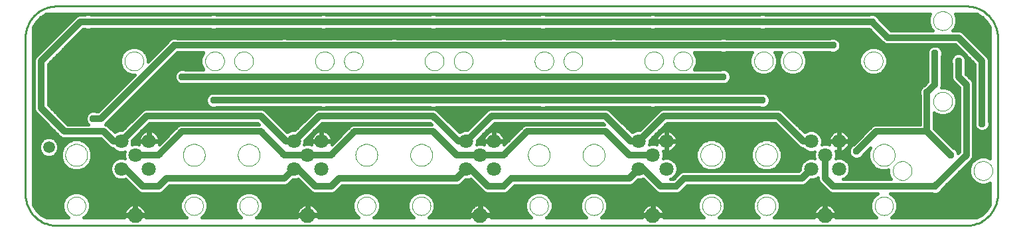
<source format=gtl>
G75*
G70*
%OFA0B0*%
%FSLAX24Y24*%
%IPPOS*%
%LPD*%
%AMOC8*
5,1,8,0,0,1.08239X$1,22.5*
%
%ADD10C,0.0100*%
%ADD11C,0.0709*%
%ADD12C,0.0000*%
%ADD13C,0.0768*%
%ADD14C,0.0320*%
%ADD15C,0.0376*%
%ADD16C,0.0591*%
%ADD17C,0.0160*%
D10*
X026003Y001726D02*
X026003Y009600D01*
X026005Y009677D01*
X026011Y009754D01*
X026020Y009831D01*
X026033Y009907D01*
X026050Y009983D01*
X026071Y010057D01*
X026095Y010131D01*
X026123Y010203D01*
X026154Y010273D01*
X026189Y010342D01*
X026227Y010410D01*
X026268Y010475D01*
X026313Y010538D01*
X026361Y010599D01*
X026411Y010658D01*
X026464Y010714D01*
X026520Y010767D01*
X026579Y010817D01*
X026640Y010865D01*
X026703Y010910D01*
X026768Y010951D01*
X026836Y010989D01*
X026905Y011024D01*
X026975Y011055D01*
X027047Y011083D01*
X027121Y011107D01*
X027195Y011128D01*
X027271Y011145D01*
X027347Y011158D01*
X027424Y011167D01*
X027501Y011173D01*
X027578Y011175D01*
X073247Y011175D01*
X073324Y011173D01*
X073401Y011167D01*
X073478Y011158D01*
X073554Y011145D01*
X073630Y011128D01*
X073704Y011107D01*
X073778Y011083D01*
X073850Y011055D01*
X073920Y011024D01*
X073989Y010989D01*
X074057Y010951D01*
X074122Y010910D01*
X074185Y010865D01*
X074246Y010817D01*
X074305Y010767D01*
X074361Y010714D01*
X074414Y010658D01*
X074464Y010599D01*
X074512Y010538D01*
X074557Y010475D01*
X074598Y010410D01*
X074636Y010342D01*
X074671Y010273D01*
X074702Y010203D01*
X074730Y010131D01*
X074754Y010057D01*
X074775Y009983D01*
X074792Y009907D01*
X074805Y009831D01*
X074814Y009754D01*
X074820Y009677D01*
X074822Y009600D01*
X074822Y001726D01*
X074820Y001649D01*
X074814Y001572D01*
X074805Y001495D01*
X074792Y001419D01*
X074775Y001343D01*
X074754Y001269D01*
X074730Y001195D01*
X074702Y001123D01*
X074671Y001053D01*
X074636Y000984D01*
X074598Y000916D01*
X074557Y000851D01*
X074512Y000788D01*
X074464Y000727D01*
X074414Y000668D01*
X074361Y000612D01*
X074305Y000559D01*
X074246Y000509D01*
X074185Y000461D01*
X074122Y000416D01*
X074057Y000375D01*
X073989Y000337D01*
X073920Y000302D01*
X073850Y000271D01*
X073778Y000243D01*
X073704Y000219D01*
X073630Y000198D01*
X073554Y000181D01*
X073478Y000168D01*
X073401Y000159D01*
X073324Y000153D01*
X073247Y000151D01*
X027578Y000151D01*
X027501Y000153D01*
X027424Y000159D01*
X027347Y000168D01*
X027271Y000181D01*
X027195Y000198D01*
X027121Y000219D01*
X027047Y000243D01*
X026975Y000271D01*
X026905Y000302D01*
X026836Y000337D01*
X026768Y000375D01*
X026703Y000416D01*
X026640Y000461D01*
X026579Y000509D01*
X026520Y000559D01*
X026464Y000612D01*
X026411Y000668D01*
X026361Y000727D01*
X026313Y000788D01*
X026268Y000851D01*
X026227Y000916D01*
X026189Y000984D01*
X026154Y001053D01*
X026123Y001123D01*
X026095Y001195D01*
X026071Y001269D01*
X026050Y001343D01*
X026033Y001419D01*
X026020Y001495D01*
X026011Y001572D01*
X026005Y001649D01*
X026003Y001726D01*
D11*
X030819Y002999D03*
X032211Y002999D03*
X031515Y003694D03*
X032211Y004390D03*
X030819Y004390D03*
X039480Y004390D03*
X040176Y003694D03*
X040872Y004390D03*
X040872Y002999D03*
X039480Y002999D03*
X048142Y002999D03*
X049534Y002999D03*
X048838Y003694D03*
X049534Y004390D03*
X048142Y004390D03*
X056803Y004390D03*
X057499Y003694D03*
X058195Y004390D03*
X058195Y002999D03*
X056803Y002999D03*
X065465Y002999D03*
X066857Y002999D03*
X066161Y003694D03*
X066857Y004390D03*
X065465Y004390D03*
D12*
X062657Y003694D02*
X062659Y003741D01*
X062665Y003787D01*
X062675Y003833D01*
X062688Y003878D01*
X062706Y003921D01*
X062727Y003963D01*
X062751Y004003D01*
X062779Y004040D01*
X062810Y004075D01*
X062844Y004108D01*
X062880Y004137D01*
X062919Y004163D01*
X062960Y004186D01*
X063003Y004205D01*
X063047Y004221D01*
X063092Y004233D01*
X063138Y004241D01*
X063185Y004245D01*
X063231Y004245D01*
X063278Y004241D01*
X063324Y004233D01*
X063369Y004221D01*
X063413Y004205D01*
X063456Y004186D01*
X063497Y004163D01*
X063536Y004137D01*
X063572Y004108D01*
X063606Y004075D01*
X063637Y004040D01*
X063665Y004003D01*
X063689Y003963D01*
X063710Y003921D01*
X063728Y003878D01*
X063741Y003833D01*
X063751Y003787D01*
X063757Y003741D01*
X063759Y003694D01*
X063757Y003647D01*
X063751Y003601D01*
X063741Y003555D01*
X063728Y003510D01*
X063710Y003467D01*
X063689Y003425D01*
X063665Y003385D01*
X063637Y003348D01*
X063606Y003313D01*
X063572Y003280D01*
X063536Y003251D01*
X063497Y003225D01*
X063456Y003202D01*
X063413Y003183D01*
X063369Y003167D01*
X063324Y003155D01*
X063278Y003147D01*
X063231Y003143D01*
X063185Y003143D01*
X063138Y003147D01*
X063092Y003155D01*
X063047Y003167D01*
X063003Y003183D01*
X062960Y003202D01*
X062919Y003225D01*
X062880Y003251D01*
X062844Y003280D01*
X062810Y003313D01*
X062779Y003348D01*
X062751Y003385D01*
X062727Y003425D01*
X062706Y003467D01*
X062688Y003510D01*
X062675Y003555D01*
X062665Y003601D01*
X062659Y003647D01*
X062657Y003694D01*
X059901Y003694D02*
X059903Y003741D01*
X059909Y003787D01*
X059919Y003833D01*
X059932Y003878D01*
X059950Y003921D01*
X059971Y003963D01*
X059995Y004003D01*
X060023Y004040D01*
X060054Y004075D01*
X060088Y004108D01*
X060124Y004137D01*
X060163Y004163D01*
X060204Y004186D01*
X060247Y004205D01*
X060291Y004221D01*
X060336Y004233D01*
X060382Y004241D01*
X060429Y004245D01*
X060475Y004245D01*
X060522Y004241D01*
X060568Y004233D01*
X060613Y004221D01*
X060657Y004205D01*
X060700Y004186D01*
X060741Y004163D01*
X060780Y004137D01*
X060816Y004108D01*
X060850Y004075D01*
X060881Y004040D01*
X060909Y004003D01*
X060933Y003963D01*
X060954Y003921D01*
X060972Y003878D01*
X060985Y003833D01*
X060995Y003787D01*
X061001Y003741D01*
X061003Y003694D01*
X061001Y003647D01*
X060995Y003601D01*
X060985Y003555D01*
X060972Y003510D01*
X060954Y003467D01*
X060933Y003425D01*
X060909Y003385D01*
X060881Y003348D01*
X060850Y003313D01*
X060816Y003280D01*
X060780Y003251D01*
X060741Y003225D01*
X060700Y003202D01*
X060657Y003183D01*
X060613Y003167D01*
X060568Y003155D01*
X060522Y003147D01*
X060475Y003143D01*
X060429Y003143D01*
X060382Y003147D01*
X060336Y003155D01*
X060291Y003167D01*
X060247Y003183D01*
X060204Y003202D01*
X060163Y003225D01*
X060124Y003251D01*
X060088Y003280D01*
X060054Y003313D01*
X060023Y003348D01*
X059995Y003385D01*
X059971Y003425D01*
X059950Y003467D01*
X059932Y003510D01*
X059919Y003555D01*
X059909Y003601D01*
X059903Y003647D01*
X059901Y003694D01*
X053995Y003694D02*
X053997Y003741D01*
X054003Y003787D01*
X054013Y003833D01*
X054026Y003878D01*
X054044Y003921D01*
X054065Y003963D01*
X054089Y004003D01*
X054117Y004040D01*
X054148Y004075D01*
X054182Y004108D01*
X054218Y004137D01*
X054257Y004163D01*
X054298Y004186D01*
X054341Y004205D01*
X054385Y004221D01*
X054430Y004233D01*
X054476Y004241D01*
X054523Y004245D01*
X054569Y004245D01*
X054616Y004241D01*
X054662Y004233D01*
X054707Y004221D01*
X054751Y004205D01*
X054794Y004186D01*
X054835Y004163D01*
X054874Y004137D01*
X054910Y004108D01*
X054944Y004075D01*
X054975Y004040D01*
X055003Y004003D01*
X055027Y003963D01*
X055048Y003921D01*
X055066Y003878D01*
X055079Y003833D01*
X055089Y003787D01*
X055095Y003741D01*
X055097Y003694D01*
X055095Y003647D01*
X055089Y003601D01*
X055079Y003555D01*
X055066Y003510D01*
X055048Y003467D01*
X055027Y003425D01*
X055003Y003385D01*
X054975Y003348D01*
X054944Y003313D01*
X054910Y003280D01*
X054874Y003251D01*
X054835Y003225D01*
X054794Y003202D01*
X054751Y003183D01*
X054707Y003167D01*
X054662Y003155D01*
X054616Y003147D01*
X054569Y003143D01*
X054523Y003143D01*
X054476Y003147D01*
X054430Y003155D01*
X054385Y003167D01*
X054341Y003183D01*
X054298Y003202D01*
X054257Y003225D01*
X054218Y003251D01*
X054182Y003280D01*
X054148Y003313D01*
X054117Y003348D01*
X054089Y003385D01*
X054065Y003425D01*
X054044Y003467D01*
X054026Y003510D01*
X054013Y003555D01*
X054003Y003601D01*
X053997Y003647D01*
X053995Y003694D01*
X051240Y003694D02*
X051242Y003741D01*
X051248Y003787D01*
X051258Y003833D01*
X051271Y003878D01*
X051289Y003921D01*
X051310Y003963D01*
X051334Y004003D01*
X051362Y004040D01*
X051393Y004075D01*
X051427Y004108D01*
X051463Y004137D01*
X051502Y004163D01*
X051543Y004186D01*
X051586Y004205D01*
X051630Y004221D01*
X051675Y004233D01*
X051721Y004241D01*
X051768Y004245D01*
X051814Y004245D01*
X051861Y004241D01*
X051907Y004233D01*
X051952Y004221D01*
X051996Y004205D01*
X052039Y004186D01*
X052080Y004163D01*
X052119Y004137D01*
X052155Y004108D01*
X052189Y004075D01*
X052220Y004040D01*
X052248Y004003D01*
X052272Y003963D01*
X052293Y003921D01*
X052311Y003878D01*
X052324Y003833D01*
X052334Y003787D01*
X052340Y003741D01*
X052342Y003694D01*
X052340Y003647D01*
X052334Y003601D01*
X052324Y003555D01*
X052311Y003510D01*
X052293Y003467D01*
X052272Y003425D01*
X052248Y003385D01*
X052220Y003348D01*
X052189Y003313D01*
X052155Y003280D01*
X052119Y003251D01*
X052080Y003225D01*
X052039Y003202D01*
X051996Y003183D01*
X051952Y003167D01*
X051907Y003155D01*
X051861Y003147D01*
X051814Y003143D01*
X051768Y003143D01*
X051721Y003147D01*
X051675Y003155D01*
X051630Y003167D01*
X051586Y003183D01*
X051543Y003202D01*
X051502Y003225D01*
X051463Y003251D01*
X051427Y003280D01*
X051393Y003313D01*
X051362Y003348D01*
X051334Y003385D01*
X051310Y003425D01*
X051289Y003467D01*
X051271Y003510D01*
X051258Y003555D01*
X051248Y003601D01*
X051242Y003647D01*
X051240Y003694D01*
X045334Y003694D02*
X045336Y003741D01*
X045342Y003787D01*
X045352Y003833D01*
X045365Y003878D01*
X045383Y003921D01*
X045404Y003963D01*
X045428Y004003D01*
X045456Y004040D01*
X045487Y004075D01*
X045521Y004108D01*
X045557Y004137D01*
X045596Y004163D01*
X045637Y004186D01*
X045680Y004205D01*
X045724Y004221D01*
X045769Y004233D01*
X045815Y004241D01*
X045862Y004245D01*
X045908Y004245D01*
X045955Y004241D01*
X046001Y004233D01*
X046046Y004221D01*
X046090Y004205D01*
X046133Y004186D01*
X046174Y004163D01*
X046213Y004137D01*
X046249Y004108D01*
X046283Y004075D01*
X046314Y004040D01*
X046342Y004003D01*
X046366Y003963D01*
X046387Y003921D01*
X046405Y003878D01*
X046418Y003833D01*
X046428Y003787D01*
X046434Y003741D01*
X046436Y003694D01*
X046434Y003647D01*
X046428Y003601D01*
X046418Y003555D01*
X046405Y003510D01*
X046387Y003467D01*
X046366Y003425D01*
X046342Y003385D01*
X046314Y003348D01*
X046283Y003313D01*
X046249Y003280D01*
X046213Y003251D01*
X046174Y003225D01*
X046133Y003202D01*
X046090Y003183D01*
X046046Y003167D01*
X046001Y003155D01*
X045955Y003147D01*
X045908Y003143D01*
X045862Y003143D01*
X045815Y003147D01*
X045769Y003155D01*
X045724Y003167D01*
X045680Y003183D01*
X045637Y003202D01*
X045596Y003225D01*
X045557Y003251D01*
X045521Y003280D01*
X045487Y003313D01*
X045456Y003348D01*
X045428Y003385D01*
X045404Y003425D01*
X045383Y003467D01*
X045365Y003510D01*
X045352Y003555D01*
X045342Y003601D01*
X045336Y003647D01*
X045334Y003694D01*
X042578Y003694D02*
X042580Y003741D01*
X042586Y003787D01*
X042596Y003833D01*
X042609Y003878D01*
X042627Y003921D01*
X042648Y003963D01*
X042672Y004003D01*
X042700Y004040D01*
X042731Y004075D01*
X042765Y004108D01*
X042801Y004137D01*
X042840Y004163D01*
X042881Y004186D01*
X042924Y004205D01*
X042968Y004221D01*
X043013Y004233D01*
X043059Y004241D01*
X043106Y004245D01*
X043152Y004245D01*
X043199Y004241D01*
X043245Y004233D01*
X043290Y004221D01*
X043334Y004205D01*
X043377Y004186D01*
X043418Y004163D01*
X043457Y004137D01*
X043493Y004108D01*
X043527Y004075D01*
X043558Y004040D01*
X043586Y004003D01*
X043610Y003963D01*
X043631Y003921D01*
X043649Y003878D01*
X043662Y003833D01*
X043672Y003787D01*
X043678Y003741D01*
X043680Y003694D01*
X043678Y003647D01*
X043672Y003601D01*
X043662Y003555D01*
X043649Y003510D01*
X043631Y003467D01*
X043610Y003425D01*
X043586Y003385D01*
X043558Y003348D01*
X043527Y003313D01*
X043493Y003280D01*
X043457Y003251D01*
X043418Y003225D01*
X043377Y003202D01*
X043334Y003183D01*
X043290Y003167D01*
X043245Y003155D01*
X043199Y003147D01*
X043152Y003143D01*
X043106Y003143D01*
X043059Y003147D01*
X043013Y003155D01*
X042968Y003167D01*
X042924Y003183D01*
X042881Y003202D01*
X042840Y003225D01*
X042801Y003251D01*
X042765Y003280D01*
X042731Y003313D01*
X042700Y003348D01*
X042672Y003385D01*
X042648Y003425D01*
X042627Y003467D01*
X042609Y003510D01*
X042596Y003555D01*
X042586Y003601D01*
X042580Y003647D01*
X042578Y003694D01*
X036673Y003694D02*
X036675Y003741D01*
X036681Y003787D01*
X036691Y003833D01*
X036704Y003878D01*
X036722Y003921D01*
X036743Y003963D01*
X036767Y004003D01*
X036795Y004040D01*
X036826Y004075D01*
X036860Y004108D01*
X036896Y004137D01*
X036935Y004163D01*
X036976Y004186D01*
X037019Y004205D01*
X037063Y004221D01*
X037108Y004233D01*
X037154Y004241D01*
X037201Y004245D01*
X037247Y004245D01*
X037294Y004241D01*
X037340Y004233D01*
X037385Y004221D01*
X037429Y004205D01*
X037472Y004186D01*
X037513Y004163D01*
X037552Y004137D01*
X037588Y004108D01*
X037622Y004075D01*
X037653Y004040D01*
X037681Y004003D01*
X037705Y003963D01*
X037726Y003921D01*
X037744Y003878D01*
X037757Y003833D01*
X037767Y003787D01*
X037773Y003741D01*
X037775Y003694D01*
X037773Y003647D01*
X037767Y003601D01*
X037757Y003555D01*
X037744Y003510D01*
X037726Y003467D01*
X037705Y003425D01*
X037681Y003385D01*
X037653Y003348D01*
X037622Y003313D01*
X037588Y003280D01*
X037552Y003251D01*
X037513Y003225D01*
X037472Y003202D01*
X037429Y003183D01*
X037385Y003167D01*
X037340Y003155D01*
X037294Y003147D01*
X037247Y003143D01*
X037201Y003143D01*
X037154Y003147D01*
X037108Y003155D01*
X037063Y003167D01*
X037019Y003183D01*
X036976Y003202D01*
X036935Y003225D01*
X036896Y003251D01*
X036860Y003280D01*
X036826Y003313D01*
X036795Y003348D01*
X036767Y003385D01*
X036743Y003425D01*
X036722Y003467D01*
X036704Y003510D01*
X036691Y003555D01*
X036681Y003601D01*
X036675Y003647D01*
X036673Y003694D01*
X033917Y003694D02*
X033919Y003741D01*
X033925Y003787D01*
X033935Y003833D01*
X033948Y003878D01*
X033966Y003921D01*
X033987Y003963D01*
X034011Y004003D01*
X034039Y004040D01*
X034070Y004075D01*
X034104Y004108D01*
X034140Y004137D01*
X034179Y004163D01*
X034220Y004186D01*
X034263Y004205D01*
X034307Y004221D01*
X034352Y004233D01*
X034398Y004241D01*
X034445Y004245D01*
X034491Y004245D01*
X034538Y004241D01*
X034584Y004233D01*
X034629Y004221D01*
X034673Y004205D01*
X034716Y004186D01*
X034757Y004163D01*
X034796Y004137D01*
X034832Y004108D01*
X034866Y004075D01*
X034897Y004040D01*
X034925Y004003D01*
X034949Y003963D01*
X034970Y003921D01*
X034988Y003878D01*
X035001Y003833D01*
X035011Y003787D01*
X035017Y003741D01*
X035019Y003694D01*
X035017Y003647D01*
X035011Y003601D01*
X035001Y003555D01*
X034988Y003510D01*
X034970Y003467D01*
X034949Y003425D01*
X034925Y003385D01*
X034897Y003348D01*
X034866Y003313D01*
X034832Y003280D01*
X034796Y003251D01*
X034757Y003225D01*
X034716Y003202D01*
X034673Y003183D01*
X034629Y003167D01*
X034584Y003155D01*
X034538Y003147D01*
X034491Y003143D01*
X034445Y003143D01*
X034398Y003147D01*
X034352Y003155D01*
X034307Y003167D01*
X034263Y003183D01*
X034220Y003202D01*
X034179Y003225D01*
X034140Y003251D01*
X034104Y003280D01*
X034070Y003313D01*
X034039Y003348D01*
X034011Y003385D01*
X033987Y003425D01*
X033966Y003467D01*
X033948Y003510D01*
X033935Y003555D01*
X033925Y003601D01*
X033919Y003647D01*
X033917Y003694D01*
X028011Y003694D02*
X028013Y003741D01*
X028019Y003787D01*
X028029Y003833D01*
X028042Y003878D01*
X028060Y003921D01*
X028081Y003963D01*
X028105Y004003D01*
X028133Y004040D01*
X028164Y004075D01*
X028198Y004108D01*
X028234Y004137D01*
X028273Y004163D01*
X028314Y004186D01*
X028357Y004205D01*
X028401Y004221D01*
X028446Y004233D01*
X028492Y004241D01*
X028539Y004245D01*
X028585Y004245D01*
X028632Y004241D01*
X028678Y004233D01*
X028723Y004221D01*
X028767Y004205D01*
X028810Y004186D01*
X028851Y004163D01*
X028890Y004137D01*
X028926Y004108D01*
X028960Y004075D01*
X028991Y004040D01*
X029019Y004003D01*
X029043Y003963D01*
X029064Y003921D01*
X029082Y003878D01*
X029095Y003833D01*
X029105Y003787D01*
X029111Y003741D01*
X029113Y003694D01*
X029111Y003647D01*
X029105Y003601D01*
X029095Y003555D01*
X029082Y003510D01*
X029064Y003467D01*
X029043Y003425D01*
X029019Y003385D01*
X028991Y003348D01*
X028960Y003313D01*
X028926Y003280D01*
X028890Y003251D01*
X028851Y003225D01*
X028810Y003202D01*
X028767Y003183D01*
X028723Y003167D01*
X028678Y003155D01*
X028632Y003147D01*
X028585Y003143D01*
X028539Y003143D01*
X028492Y003147D01*
X028446Y003155D01*
X028401Y003167D01*
X028357Y003183D01*
X028314Y003202D01*
X028273Y003225D01*
X028234Y003251D01*
X028198Y003280D01*
X028164Y003313D01*
X028133Y003348D01*
X028105Y003385D01*
X028081Y003425D01*
X028060Y003467D01*
X028042Y003510D01*
X028029Y003555D01*
X028019Y003601D01*
X028013Y003647D01*
X028011Y003694D01*
X028099Y001135D02*
X028101Y001178D01*
X028107Y001220D01*
X028117Y001262D01*
X028130Y001302D01*
X028148Y001341D01*
X028168Y001379D01*
X028193Y001414D01*
X028220Y001447D01*
X028250Y001477D01*
X028283Y001504D01*
X028318Y001529D01*
X028356Y001549D01*
X028395Y001567D01*
X028435Y001580D01*
X028477Y001590D01*
X028519Y001596D01*
X028562Y001598D01*
X028605Y001596D01*
X028647Y001590D01*
X028689Y001580D01*
X028729Y001567D01*
X028768Y001549D01*
X028806Y001529D01*
X028841Y001504D01*
X028874Y001477D01*
X028904Y001447D01*
X028931Y001414D01*
X028956Y001379D01*
X028976Y001341D01*
X028994Y001302D01*
X029007Y001262D01*
X029017Y001220D01*
X029023Y001178D01*
X029025Y001135D01*
X029023Y001092D01*
X029017Y001050D01*
X029007Y001008D01*
X028994Y000968D01*
X028976Y000929D01*
X028956Y000891D01*
X028931Y000856D01*
X028904Y000823D01*
X028874Y000793D01*
X028841Y000766D01*
X028806Y000741D01*
X028768Y000721D01*
X028729Y000703D01*
X028689Y000690D01*
X028647Y000680D01*
X028605Y000674D01*
X028562Y000672D01*
X028519Y000674D01*
X028477Y000680D01*
X028435Y000690D01*
X028395Y000703D01*
X028356Y000721D01*
X028318Y000741D01*
X028283Y000766D01*
X028250Y000793D01*
X028220Y000823D01*
X028193Y000856D01*
X028168Y000891D01*
X028148Y000929D01*
X028130Y000968D01*
X028117Y001008D01*
X028107Y001050D01*
X028101Y001092D01*
X028099Y001135D01*
X034005Y001135D02*
X034007Y001178D01*
X034013Y001220D01*
X034023Y001262D01*
X034036Y001302D01*
X034054Y001341D01*
X034074Y001379D01*
X034099Y001414D01*
X034126Y001447D01*
X034156Y001477D01*
X034189Y001504D01*
X034224Y001529D01*
X034262Y001549D01*
X034301Y001567D01*
X034341Y001580D01*
X034383Y001590D01*
X034425Y001596D01*
X034468Y001598D01*
X034511Y001596D01*
X034553Y001590D01*
X034595Y001580D01*
X034635Y001567D01*
X034674Y001549D01*
X034712Y001529D01*
X034747Y001504D01*
X034780Y001477D01*
X034810Y001447D01*
X034837Y001414D01*
X034862Y001379D01*
X034882Y001341D01*
X034900Y001302D01*
X034913Y001262D01*
X034923Y001220D01*
X034929Y001178D01*
X034931Y001135D01*
X034929Y001092D01*
X034923Y001050D01*
X034913Y001008D01*
X034900Y000968D01*
X034882Y000929D01*
X034862Y000891D01*
X034837Y000856D01*
X034810Y000823D01*
X034780Y000793D01*
X034747Y000766D01*
X034712Y000741D01*
X034674Y000721D01*
X034635Y000703D01*
X034595Y000690D01*
X034553Y000680D01*
X034511Y000674D01*
X034468Y000672D01*
X034425Y000674D01*
X034383Y000680D01*
X034341Y000690D01*
X034301Y000703D01*
X034262Y000721D01*
X034224Y000741D01*
X034189Y000766D01*
X034156Y000793D01*
X034126Y000823D01*
X034099Y000856D01*
X034074Y000891D01*
X034054Y000929D01*
X034036Y000968D01*
X034023Y001008D01*
X034013Y001050D01*
X034007Y001092D01*
X034005Y001135D01*
X036761Y001135D02*
X036763Y001178D01*
X036769Y001220D01*
X036779Y001262D01*
X036792Y001302D01*
X036810Y001341D01*
X036830Y001379D01*
X036855Y001414D01*
X036882Y001447D01*
X036912Y001477D01*
X036945Y001504D01*
X036980Y001529D01*
X037018Y001549D01*
X037057Y001567D01*
X037097Y001580D01*
X037139Y001590D01*
X037181Y001596D01*
X037224Y001598D01*
X037267Y001596D01*
X037309Y001590D01*
X037351Y001580D01*
X037391Y001567D01*
X037430Y001549D01*
X037468Y001529D01*
X037503Y001504D01*
X037536Y001477D01*
X037566Y001447D01*
X037593Y001414D01*
X037618Y001379D01*
X037638Y001341D01*
X037656Y001302D01*
X037669Y001262D01*
X037679Y001220D01*
X037685Y001178D01*
X037687Y001135D01*
X037685Y001092D01*
X037679Y001050D01*
X037669Y001008D01*
X037656Y000968D01*
X037638Y000929D01*
X037618Y000891D01*
X037593Y000856D01*
X037566Y000823D01*
X037536Y000793D01*
X037503Y000766D01*
X037468Y000741D01*
X037430Y000721D01*
X037391Y000703D01*
X037351Y000690D01*
X037309Y000680D01*
X037267Y000674D01*
X037224Y000672D01*
X037181Y000674D01*
X037139Y000680D01*
X037097Y000690D01*
X037057Y000703D01*
X037018Y000721D01*
X036980Y000741D01*
X036945Y000766D01*
X036912Y000793D01*
X036882Y000823D01*
X036855Y000856D01*
X036830Y000891D01*
X036810Y000929D01*
X036792Y000968D01*
X036779Y001008D01*
X036769Y001050D01*
X036763Y001092D01*
X036761Y001135D01*
X042666Y001135D02*
X042668Y001178D01*
X042674Y001220D01*
X042684Y001262D01*
X042697Y001302D01*
X042715Y001341D01*
X042735Y001379D01*
X042760Y001414D01*
X042787Y001447D01*
X042817Y001477D01*
X042850Y001504D01*
X042885Y001529D01*
X042923Y001549D01*
X042962Y001567D01*
X043002Y001580D01*
X043044Y001590D01*
X043086Y001596D01*
X043129Y001598D01*
X043172Y001596D01*
X043214Y001590D01*
X043256Y001580D01*
X043296Y001567D01*
X043335Y001549D01*
X043373Y001529D01*
X043408Y001504D01*
X043441Y001477D01*
X043471Y001447D01*
X043498Y001414D01*
X043523Y001379D01*
X043543Y001341D01*
X043561Y001302D01*
X043574Y001262D01*
X043584Y001220D01*
X043590Y001178D01*
X043592Y001135D01*
X043590Y001092D01*
X043584Y001050D01*
X043574Y001008D01*
X043561Y000968D01*
X043543Y000929D01*
X043523Y000891D01*
X043498Y000856D01*
X043471Y000823D01*
X043441Y000793D01*
X043408Y000766D01*
X043373Y000741D01*
X043335Y000721D01*
X043296Y000703D01*
X043256Y000690D01*
X043214Y000680D01*
X043172Y000674D01*
X043129Y000672D01*
X043086Y000674D01*
X043044Y000680D01*
X043002Y000690D01*
X042962Y000703D01*
X042923Y000721D01*
X042885Y000741D01*
X042850Y000766D01*
X042817Y000793D01*
X042787Y000823D01*
X042760Y000856D01*
X042735Y000891D01*
X042715Y000929D01*
X042697Y000968D01*
X042684Y001008D01*
X042674Y001050D01*
X042668Y001092D01*
X042666Y001135D01*
X045422Y001135D02*
X045424Y001178D01*
X045430Y001220D01*
X045440Y001262D01*
X045453Y001302D01*
X045471Y001341D01*
X045491Y001379D01*
X045516Y001414D01*
X045543Y001447D01*
X045573Y001477D01*
X045606Y001504D01*
X045641Y001529D01*
X045679Y001549D01*
X045718Y001567D01*
X045758Y001580D01*
X045800Y001590D01*
X045842Y001596D01*
X045885Y001598D01*
X045928Y001596D01*
X045970Y001590D01*
X046012Y001580D01*
X046052Y001567D01*
X046091Y001549D01*
X046129Y001529D01*
X046164Y001504D01*
X046197Y001477D01*
X046227Y001447D01*
X046254Y001414D01*
X046279Y001379D01*
X046299Y001341D01*
X046317Y001302D01*
X046330Y001262D01*
X046340Y001220D01*
X046346Y001178D01*
X046348Y001135D01*
X046346Y001092D01*
X046340Y001050D01*
X046330Y001008D01*
X046317Y000968D01*
X046299Y000929D01*
X046279Y000891D01*
X046254Y000856D01*
X046227Y000823D01*
X046197Y000793D01*
X046164Y000766D01*
X046129Y000741D01*
X046091Y000721D01*
X046052Y000703D01*
X046012Y000690D01*
X045970Y000680D01*
X045928Y000674D01*
X045885Y000672D01*
X045842Y000674D01*
X045800Y000680D01*
X045758Y000690D01*
X045718Y000703D01*
X045679Y000721D01*
X045641Y000741D01*
X045606Y000766D01*
X045573Y000793D01*
X045543Y000823D01*
X045516Y000856D01*
X045491Y000891D01*
X045471Y000929D01*
X045453Y000968D01*
X045440Y001008D01*
X045430Y001050D01*
X045424Y001092D01*
X045422Y001135D01*
X051328Y001135D02*
X051330Y001178D01*
X051336Y001220D01*
X051346Y001262D01*
X051359Y001302D01*
X051377Y001341D01*
X051397Y001379D01*
X051422Y001414D01*
X051449Y001447D01*
X051479Y001477D01*
X051512Y001504D01*
X051547Y001529D01*
X051585Y001549D01*
X051624Y001567D01*
X051664Y001580D01*
X051706Y001590D01*
X051748Y001596D01*
X051791Y001598D01*
X051834Y001596D01*
X051876Y001590D01*
X051918Y001580D01*
X051958Y001567D01*
X051997Y001549D01*
X052035Y001529D01*
X052070Y001504D01*
X052103Y001477D01*
X052133Y001447D01*
X052160Y001414D01*
X052185Y001379D01*
X052205Y001341D01*
X052223Y001302D01*
X052236Y001262D01*
X052246Y001220D01*
X052252Y001178D01*
X052254Y001135D01*
X052252Y001092D01*
X052246Y001050D01*
X052236Y001008D01*
X052223Y000968D01*
X052205Y000929D01*
X052185Y000891D01*
X052160Y000856D01*
X052133Y000823D01*
X052103Y000793D01*
X052070Y000766D01*
X052035Y000741D01*
X051997Y000721D01*
X051958Y000703D01*
X051918Y000690D01*
X051876Y000680D01*
X051834Y000674D01*
X051791Y000672D01*
X051748Y000674D01*
X051706Y000680D01*
X051664Y000690D01*
X051624Y000703D01*
X051585Y000721D01*
X051547Y000741D01*
X051512Y000766D01*
X051479Y000793D01*
X051449Y000823D01*
X051422Y000856D01*
X051397Y000891D01*
X051377Y000929D01*
X051359Y000968D01*
X051346Y001008D01*
X051336Y001050D01*
X051330Y001092D01*
X051328Y001135D01*
X054083Y001135D02*
X054085Y001178D01*
X054091Y001220D01*
X054101Y001262D01*
X054114Y001302D01*
X054132Y001341D01*
X054152Y001379D01*
X054177Y001414D01*
X054204Y001447D01*
X054234Y001477D01*
X054267Y001504D01*
X054302Y001529D01*
X054340Y001549D01*
X054379Y001567D01*
X054419Y001580D01*
X054461Y001590D01*
X054503Y001596D01*
X054546Y001598D01*
X054589Y001596D01*
X054631Y001590D01*
X054673Y001580D01*
X054713Y001567D01*
X054752Y001549D01*
X054790Y001529D01*
X054825Y001504D01*
X054858Y001477D01*
X054888Y001447D01*
X054915Y001414D01*
X054940Y001379D01*
X054960Y001341D01*
X054978Y001302D01*
X054991Y001262D01*
X055001Y001220D01*
X055007Y001178D01*
X055009Y001135D01*
X055007Y001092D01*
X055001Y001050D01*
X054991Y001008D01*
X054978Y000968D01*
X054960Y000929D01*
X054940Y000891D01*
X054915Y000856D01*
X054888Y000823D01*
X054858Y000793D01*
X054825Y000766D01*
X054790Y000741D01*
X054752Y000721D01*
X054713Y000703D01*
X054673Y000690D01*
X054631Y000680D01*
X054589Y000674D01*
X054546Y000672D01*
X054503Y000674D01*
X054461Y000680D01*
X054419Y000690D01*
X054379Y000703D01*
X054340Y000721D01*
X054302Y000741D01*
X054267Y000766D01*
X054234Y000793D01*
X054204Y000823D01*
X054177Y000856D01*
X054152Y000891D01*
X054132Y000929D01*
X054114Y000968D01*
X054101Y001008D01*
X054091Y001050D01*
X054085Y001092D01*
X054083Y001135D01*
X059989Y001135D02*
X059991Y001178D01*
X059997Y001220D01*
X060007Y001262D01*
X060020Y001302D01*
X060038Y001341D01*
X060058Y001379D01*
X060083Y001414D01*
X060110Y001447D01*
X060140Y001477D01*
X060173Y001504D01*
X060208Y001529D01*
X060246Y001549D01*
X060285Y001567D01*
X060325Y001580D01*
X060367Y001590D01*
X060409Y001596D01*
X060452Y001598D01*
X060495Y001596D01*
X060537Y001590D01*
X060579Y001580D01*
X060619Y001567D01*
X060658Y001549D01*
X060696Y001529D01*
X060731Y001504D01*
X060764Y001477D01*
X060794Y001447D01*
X060821Y001414D01*
X060846Y001379D01*
X060866Y001341D01*
X060884Y001302D01*
X060897Y001262D01*
X060907Y001220D01*
X060913Y001178D01*
X060915Y001135D01*
X060913Y001092D01*
X060907Y001050D01*
X060897Y001008D01*
X060884Y000968D01*
X060866Y000929D01*
X060846Y000891D01*
X060821Y000856D01*
X060794Y000823D01*
X060764Y000793D01*
X060731Y000766D01*
X060696Y000741D01*
X060658Y000721D01*
X060619Y000703D01*
X060579Y000690D01*
X060537Y000680D01*
X060495Y000674D01*
X060452Y000672D01*
X060409Y000674D01*
X060367Y000680D01*
X060325Y000690D01*
X060285Y000703D01*
X060246Y000721D01*
X060208Y000741D01*
X060173Y000766D01*
X060140Y000793D01*
X060110Y000823D01*
X060083Y000856D01*
X060058Y000891D01*
X060038Y000929D01*
X060020Y000968D01*
X060007Y001008D01*
X059997Y001050D01*
X059991Y001092D01*
X059989Y001135D01*
X062745Y001135D02*
X062747Y001178D01*
X062753Y001220D01*
X062763Y001262D01*
X062776Y001302D01*
X062794Y001341D01*
X062814Y001379D01*
X062839Y001414D01*
X062866Y001447D01*
X062896Y001477D01*
X062929Y001504D01*
X062964Y001529D01*
X063002Y001549D01*
X063041Y001567D01*
X063081Y001580D01*
X063123Y001590D01*
X063165Y001596D01*
X063208Y001598D01*
X063251Y001596D01*
X063293Y001590D01*
X063335Y001580D01*
X063375Y001567D01*
X063414Y001549D01*
X063452Y001529D01*
X063487Y001504D01*
X063520Y001477D01*
X063550Y001447D01*
X063577Y001414D01*
X063602Y001379D01*
X063622Y001341D01*
X063640Y001302D01*
X063653Y001262D01*
X063663Y001220D01*
X063669Y001178D01*
X063671Y001135D01*
X063669Y001092D01*
X063663Y001050D01*
X063653Y001008D01*
X063640Y000968D01*
X063622Y000929D01*
X063602Y000891D01*
X063577Y000856D01*
X063550Y000823D01*
X063520Y000793D01*
X063487Y000766D01*
X063452Y000741D01*
X063414Y000721D01*
X063375Y000703D01*
X063335Y000690D01*
X063293Y000680D01*
X063251Y000674D01*
X063208Y000672D01*
X063165Y000674D01*
X063123Y000680D01*
X063081Y000690D01*
X063041Y000703D01*
X063002Y000721D01*
X062964Y000741D01*
X062929Y000766D01*
X062896Y000793D01*
X062866Y000823D01*
X062839Y000856D01*
X062814Y000891D01*
X062794Y000929D01*
X062776Y000968D01*
X062763Y001008D01*
X062753Y001050D01*
X062747Y001092D01*
X062745Y001135D01*
X068650Y001135D02*
X068652Y001178D01*
X068658Y001220D01*
X068668Y001262D01*
X068681Y001302D01*
X068699Y001341D01*
X068719Y001379D01*
X068744Y001414D01*
X068771Y001447D01*
X068801Y001477D01*
X068834Y001504D01*
X068869Y001529D01*
X068907Y001549D01*
X068946Y001567D01*
X068986Y001580D01*
X069028Y001590D01*
X069070Y001596D01*
X069113Y001598D01*
X069156Y001596D01*
X069198Y001590D01*
X069240Y001580D01*
X069280Y001567D01*
X069319Y001549D01*
X069357Y001529D01*
X069392Y001504D01*
X069425Y001477D01*
X069455Y001447D01*
X069482Y001414D01*
X069507Y001379D01*
X069527Y001341D01*
X069545Y001302D01*
X069558Y001262D01*
X069568Y001220D01*
X069574Y001178D01*
X069576Y001135D01*
X069574Y001092D01*
X069568Y001050D01*
X069558Y001008D01*
X069545Y000968D01*
X069527Y000929D01*
X069507Y000891D01*
X069482Y000856D01*
X069455Y000823D01*
X069425Y000793D01*
X069392Y000766D01*
X069357Y000741D01*
X069319Y000721D01*
X069280Y000703D01*
X069240Y000690D01*
X069198Y000680D01*
X069156Y000674D01*
X069113Y000672D01*
X069070Y000674D01*
X069028Y000680D01*
X068986Y000690D01*
X068946Y000703D01*
X068907Y000721D01*
X068869Y000741D01*
X068834Y000766D01*
X068801Y000793D01*
X068771Y000823D01*
X068744Y000856D01*
X068719Y000891D01*
X068699Y000929D01*
X068681Y000968D01*
X068668Y001008D01*
X068658Y001050D01*
X068652Y001092D01*
X068650Y001135D01*
X069565Y002907D02*
X069567Y002950D01*
X069573Y002993D01*
X069583Y003035D01*
X069596Y003076D01*
X069613Y003115D01*
X069634Y003153D01*
X069658Y003189D01*
X069685Y003223D01*
X069715Y003253D01*
X069748Y003281D01*
X069784Y003306D01*
X069821Y003328D01*
X069860Y003346D01*
X069901Y003360D01*
X069943Y003371D01*
X069985Y003378D01*
X070028Y003381D01*
X070071Y003380D01*
X070114Y003375D01*
X070156Y003366D01*
X070198Y003354D01*
X070238Y003337D01*
X070276Y003317D01*
X070312Y003294D01*
X070346Y003268D01*
X070378Y003238D01*
X070407Y003206D01*
X070432Y003171D01*
X070455Y003135D01*
X070474Y003096D01*
X070489Y003056D01*
X070501Y003014D01*
X070509Y002972D01*
X070513Y002929D01*
X070513Y002885D01*
X070509Y002842D01*
X070501Y002800D01*
X070489Y002758D01*
X070474Y002718D01*
X070455Y002679D01*
X070432Y002643D01*
X070407Y002608D01*
X070378Y002576D01*
X070346Y002546D01*
X070312Y002520D01*
X070276Y002497D01*
X070238Y002477D01*
X070198Y002460D01*
X070156Y002448D01*
X070114Y002439D01*
X070071Y002434D01*
X070028Y002433D01*
X069985Y002436D01*
X069943Y002443D01*
X069901Y002454D01*
X069860Y002468D01*
X069821Y002486D01*
X069784Y002508D01*
X069748Y002533D01*
X069715Y002561D01*
X069685Y002591D01*
X069658Y002625D01*
X069634Y002661D01*
X069613Y002699D01*
X069596Y002738D01*
X069583Y002779D01*
X069573Y002821D01*
X069567Y002864D01*
X069565Y002907D01*
X068562Y003694D02*
X068564Y003741D01*
X068570Y003787D01*
X068580Y003833D01*
X068593Y003878D01*
X068611Y003921D01*
X068632Y003963D01*
X068656Y004003D01*
X068684Y004040D01*
X068715Y004075D01*
X068749Y004108D01*
X068785Y004137D01*
X068824Y004163D01*
X068865Y004186D01*
X068908Y004205D01*
X068952Y004221D01*
X068997Y004233D01*
X069043Y004241D01*
X069090Y004245D01*
X069136Y004245D01*
X069183Y004241D01*
X069229Y004233D01*
X069274Y004221D01*
X069318Y004205D01*
X069361Y004186D01*
X069402Y004163D01*
X069441Y004137D01*
X069477Y004108D01*
X069511Y004075D01*
X069542Y004040D01*
X069570Y004003D01*
X069594Y003963D01*
X069615Y003921D01*
X069633Y003878D01*
X069646Y003833D01*
X069656Y003787D01*
X069662Y003741D01*
X069664Y003694D01*
X069662Y003647D01*
X069656Y003601D01*
X069646Y003555D01*
X069633Y003510D01*
X069615Y003467D01*
X069594Y003425D01*
X069570Y003385D01*
X069542Y003348D01*
X069511Y003313D01*
X069477Y003280D01*
X069441Y003251D01*
X069402Y003225D01*
X069361Y003202D01*
X069318Y003183D01*
X069274Y003167D01*
X069229Y003155D01*
X069183Y003147D01*
X069136Y003143D01*
X069090Y003143D01*
X069043Y003147D01*
X068997Y003155D01*
X068952Y003167D01*
X068908Y003183D01*
X068865Y003202D01*
X068824Y003225D01*
X068785Y003251D01*
X068749Y003280D01*
X068715Y003313D01*
X068684Y003348D01*
X068656Y003385D01*
X068632Y003425D01*
X068611Y003467D01*
X068593Y003510D01*
X068580Y003555D01*
X068570Y003601D01*
X068564Y003647D01*
X068562Y003694D01*
X073620Y002907D02*
X073622Y002950D01*
X073628Y002993D01*
X073638Y003035D01*
X073651Y003076D01*
X073668Y003115D01*
X073689Y003153D01*
X073713Y003189D01*
X073740Y003223D01*
X073770Y003253D01*
X073803Y003281D01*
X073839Y003306D01*
X073876Y003328D01*
X073915Y003346D01*
X073956Y003360D01*
X073998Y003371D01*
X074040Y003378D01*
X074083Y003381D01*
X074126Y003380D01*
X074169Y003375D01*
X074211Y003366D01*
X074253Y003354D01*
X074293Y003337D01*
X074331Y003317D01*
X074367Y003294D01*
X074401Y003268D01*
X074433Y003238D01*
X074462Y003206D01*
X074487Y003171D01*
X074510Y003135D01*
X074529Y003096D01*
X074544Y003056D01*
X074556Y003014D01*
X074564Y002972D01*
X074568Y002929D01*
X074568Y002885D01*
X074564Y002842D01*
X074556Y002800D01*
X074544Y002758D01*
X074529Y002718D01*
X074510Y002679D01*
X074487Y002643D01*
X074462Y002608D01*
X074433Y002576D01*
X074401Y002546D01*
X074367Y002520D01*
X074331Y002497D01*
X074293Y002477D01*
X074253Y002460D01*
X074211Y002448D01*
X074169Y002439D01*
X074126Y002434D01*
X074083Y002433D01*
X074040Y002436D01*
X073998Y002443D01*
X073956Y002454D01*
X073915Y002468D01*
X073876Y002486D01*
X073839Y002508D01*
X073803Y002533D01*
X073770Y002561D01*
X073740Y002591D01*
X073713Y002625D01*
X073689Y002661D01*
X073668Y002699D01*
X073651Y002738D01*
X073638Y002779D01*
X073628Y002821D01*
X073622Y002864D01*
X073620Y002907D01*
X071592Y006391D02*
X071594Y006434D01*
X071600Y006477D01*
X071610Y006519D01*
X071623Y006560D01*
X071640Y006599D01*
X071661Y006637D01*
X071685Y006673D01*
X071712Y006707D01*
X071742Y006737D01*
X071775Y006765D01*
X071811Y006790D01*
X071848Y006812D01*
X071887Y006830D01*
X071928Y006844D01*
X071970Y006855D01*
X072012Y006862D01*
X072055Y006865D01*
X072098Y006864D01*
X072141Y006859D01*
X072183Y006850D01*
X072225Y006838D01*
X072265Y006821D01*
X072303Y006801D01*
X072339Y006778D01*
X072373Y006752D01*
X072405Y006722D01*
X072434Y006690D01*
X072459Y006655D01*
X072482Y006619D01*
X072501Y006580D01*
X072516Y006540D01*
X072528Y006498D01*
X072536Y006456D01*
X072540Y006413D01*
X072540Y006369D01*
X072536Y006326D01*
X072528Y006284D01*
X072516Y006242D01*
X072501Y006202D01*
X072482Y006163D01*
X072459Y006127D01*
X072434Y006092D01*
X072405Y006060D01*
X072373Y006030D01*
X072339Y006004D01*
X072303Y005981D01*
X072265Y005961D01*
X072225Y005944D01*
X072183Y005932D01*
X072141Y005923D01*
X072098Y005918D01*
X072055Y005917D01*
X072012Y005920D01*
X071970Y005927D01*
X071928Y005938D01*
X071887Y005952D01*
X071848Y005970D01*
X071811Y005992D01*
X071775Y006017D01*
X071742Y006045D01*
X071712Y006075D01*
X071685Y006109D01*
X071661Y006145D01*
X071640Y006183D01*
X071623Y006222D01*
X071610Y006263D01*
X071600Y006305D01*
X071594Y006348D01*
X071592Y006391D01*
X068108Y008419D02*
X068110Y008462D01*
X068116Y008505D01*
X068126Y008547D01*
X068139Y008588D01*
X068156Y008627D01*
X068177Y008665D01*
X068201Y008701D01*
X068228Y008735D01*
X068258Y008765D01*
X068291Y008793D01*
X068327Y008818D01*
X068364Y008840D01*
X068403Y008858D01*
X068444Y008872D01*
X068486Y008883D01*
X068528Y008890D01*
X068571Y008893D01*
X068614Y008892D01*
X068657Y008887D01*
X068699Y008878D01*
X068741Y008866D01*
X068781Y008849D01*
X068819Y008829D01*
X068855Y008806D01*
X068889Y008780D01*
X068921Y008750D01*
X068950Y008718D01*
X068975Y008683D01*
X068998Y008647D01*
X069017Y008608D01*
X069032Y008568D01*
X069044Y008526D01*
X069052Y008484D01*
X069056Y008441D01*
X069056Y008397D01*
X069052Y008354D01*
X069044Y008312D01*
X069032Y008270D01*
X069017Y008230D01*
X068998Y008191D01*
X068975Y008155D01*
X068950Y008120D01*
X068921Y008088D01*
X068889Y008058D01*
X068855Y008032D01*
X068819Y008009D01*
X068781Y007989D01*
X068741Y007972D01*
X068699Y007960D01*
X068657Y007951D01*
X068614Y007946D01*
X068571Y007945D01*
X068528Y007948D01*
X068486Y007955D01*
X068444Y007966D01*
X068403Y007980D01*
X068364Y007998D01*
X068327Y008020D01*
X068291Y008045D01*
X068258Y008073D01*
X068228Y008103D01*
X068201Y008137D01*
X068177Y008173D01*
X068156Y008211D01*
X068139Y008250D01*
X068126Y008291D01*
X068116Y008333D01*
X068110Y008376D01*
X068108Y008419D01*
X064053Y008419D02*
X064055Y008462D01*
X064061Y008505D01*
X064071Y008547D01*
X064084Y008588D01*
X064101Y008627D01*
X064122Y008665D01*
X064146Y008701D01*
X064173Y008735D01*
X064203Y008765D01*
X064236Y008793D01*
X064272Y008818D01*
X064309Y008840D01*
X064348Y008858D01*
X064389Y008872D01*
X064431Y008883D01*
X064473Y008890D01*
X064516Y008893D01*
X064559Y008892D01*
X064602Y008887D01*
X064644Y008878D01*
X064686Y008866D01*
X064726Y008849D01*
X064764Y008829D01*
X064800Y008806D01*
X064834Y008780D01*
X064866Y008750D01*
X064895Y008718D01*
X064920Y008683D01*
X064943Y008647D01*
X064962Y008608D01*
X064977Y008568D01*
X064989Y008526D01*
X064997Y008484D01*
X065001Y008441D01*
X065001Y008397D01*
X064997Y008354D01*
X064989Y008312D01*
X064977Y008270D01*
X064962Y008230D01*
X064943Y008191D01*
X064920Y008155D01*
X064895Y008120D01*
X064866Y008088D01*
X064834Y008058D01*
X064800Y008032D01*
X064764Y008009D01*
X064726Y007989D01*
X064686Y007972D01*
X064644Y007960D01*
X064602Y007951D01*
X064559Y007946D01*
X064516Y007945D01*
X064473Y007948D01*
X064431Y007955D01*
X064389Y007966D01*
X064348Y007980D01*
X064309Y007998D01*
X064272Y008020D01*
X064236Y008045D01*
X064203Y008073D01*
X064173Y008103D01*
X064146Y008137D01*
X064122Y008173D01*
X064101Y008211D01*
X064084Y008250D01*
X064071Y008291D01*
X064061Y008333D01*
X064055Y008376D01*
X064053Y008419D01*
X062596Y008419D02*
X062598Y008462D01*
X062604Y008505D01*
X062614Y008547D01*
X062627Y008588D01*
X062644Y008627D01*
X062665Y008665D01*
X062689Y008701D01*
X062716Y008735D01*
X062746Y008765D01*
X062779Y008793D01*
X062815Y008818D01*
X062852Y008840D01*
X062891Y008858D01*
X062932Y008872D01*
X062974Y008883D01*
X063016Y008890D01*
X063059Y008893D01*
X063102Y008892D01*
X063145Y008887D01*
X063187Y008878D01*
X063229Y008866D01*
X063269Y008849D01*
X063307Y008829D01*
X063343Y008806D01*
X063377Y008780D01*
X063409Y008750D01*
X063438Y008718D01*
X063463Y008683D01*
X063486Y008647D01*
X063505Y008608D01*
X063520Y008568D01*
X063532Y008526D01*
X063540Y008484D01*
X063544Y008441D01*
X063544Y008397D01*
X063540Y008354D01*
X063532Y008312D01*
X063520Y008270D01*
X063505Y008230D01*
X063486Y008191D01*
X063463Y008155D01*
X063438Y008120D01*
X063409Y008088D01*
X063377Y008058D01*
X063343Y008032D01*
X063307Y008009D01*
X063269Y007989D01*
X063229Y007972D01*
X063187Y007960D01*
X063145Y007951D01*
X063102Y007946D01*
X063059Y007945D01*
X063016Y007948D01*
X062974Y007955D01*
X062932Y007966D01*
X062891Y007980D01*
X062852Y007998D01*
X062815Y008020D01*
X062779Y008045D01*
X062746Y008073D01*
X062716Y008103D01*
X062689Y008137D01*
X062665Y008173D01*
X062644Y008211D01*
X062627Y008250D01*
X062614Y008291D01*
X062604Y008333D01*
X062598Y008376D01*
X062596Y008419D01*
X058541Y008419D02*
X058543Y008462D01*
X058549Y008505D01*
X058559Y008547D01*
X058572Y008588D01*
X058589Y008627D01*
X058610Y008665D01*
X058634Y008701D01*
X058661Y008735D01*
X058691Y008765D01*
X058724Y008793D01*
X058760Y008818D01*
X058797Y008840D01*
X058836Y008858D01*
X058877Y008872D01*
X058919Y008883D01*
X058961Y008890D01*
X059004Y008893D01*
X059047Y008892D01*
X059090Y008887D01*
X059132Y008878D01*
X059174Y008866D01*
X059214Y008849D01*
X059252Y008829D01*
X059288Y008806D01*
X059322Y008780D01*
X059354Y008750D01*
X059383Y008718D01*
X059408Y008683D01*
X059431Y008647D01*
X059450Y008608D01*
X059465Y008568D01*
X059477Y008526D01*
X059485Y008484D01*
X059489Y008441D01*
X059489Y008397D01*
X059485Y008354D01*
X059477Y008312D01*
X059465Y008270D01*
X059450Y008230D01*
X059431Y008191D01*
X059408Y008155D01*
X059383Y008120D01*
X059354Y008088D01*
X059322Y008058D01*
X059288Y008032D01*
X059252Y008009D01*
X059214Y007989D01*
X059174Y007972D01*
X059132Y007960D01*
X059090Y007951D01*
X059047Y007946D01*
X059004Y007945D01*
X058961Y007948D01*
X058919Y007955D01*
X058877Y007966D01*
X058836Y007980D01*
X058797Y007998D01*
X058760Y008020D01*
X058724Y008045D01*
X058691Y008073D01*
X058661Y008103D01*
X058634Y008137D01*
X058610Y008173D01*
X058589Y008211D01*
X058572Y008250D01*
X058559Y008291D01*
X058549Y008333D01*
X058543Y008376D01*
X058541Y008419D01*
X057084Y008419D02*
X057086Y008462D01*
X057092Y008505D01*
X057102Y008547D01*
X057115Y008588D01*
X057132Y008627D01*
X057153Y008665D01*
X057177Y008701D01*
X057204Y008735D01*
X057234Y008765D01*
X057267Y008793D01*
X057303Y008818D01*
X057340Y008840D01*
X057379Y008858D01*
X057420Y008872D01*
X057462Y008883D01*
X057504Y008890D01*
X057547Y008893D01*
X057590Y008892D01*
X057633Y008887D01*
X057675Y008878D01*
X057717Y008866D01*
X057757Y008849D01*
X057795Y008829D01*
X057831Y008806D01*
X057865Y008780D01*
X057897Y008750D01*
X057926Y008718D01*
X057951Y008683D01*
X057974Y008647D01*
X057993Y008608D01*
X058008Y008568D01*
X058020Y008526D01*
X058028Y008484D01*
X058032Y008441D01*
X058032Y008397D01*
X058028Y008354D01*
X058020Y008312D01*
X058008Y008270D01*
X057993Y008230D01*
X057974Y008191D01*
X057951Y008155D01*
X057926Y008120D01*
X057897Y008088D01*
X057865Y008058D01*
X057831Y008032D01*
X057795Y008009D01*
X057757Y007989D01*
X057717Y007972D01*
X057675Y007960D01*
X057633Y007951D01*
X057590Y007946D01*
X057547Y007945D01*
X057504Y007948D01*
X057462Y007955D01*
X057420Y007966D01*
X057379Y007980D01*
X057340Y007998D01*
X057303Y008020D01*
X057267Y008045D01*
X057234Y008073D01*
X057204Y008103D01*
X057177Y008137D01*
X057153Y008173D01*
X057132Y008211D01*
X057115Y008250D01*
X057102Y008291D01*
X057092Y008333D01*
X057086Y008376D01*
X057084Y008419D01*
X053029Y008419D02*
X053031Y008462D01*
X053037Y008505D01*
X053047Y008547D01*
X053060Y008588D01*
X053077Y008627D01*
X053098Y008665D01*
X053122Y008701D01*
X053149Y008735D01*
X053179Y008765D01*
X053212Y008793D01*
X053248Y008818D01*
X053285Y008840D01*
X053324Y008858D01*
X053365Y008872D01*
X053407Y008883D01*
X053449Y008890D01*
X053492Y008893D01*
X053535Y008892D01*
X053578Y008887D01*
X053620Y008878D01*
X053662Y008866D01*
X053702Y008849D01*
X053740Y008829D01*
X053776Y008806D01*
X053810Y008780D01*
X053842Y008750D01*
X053871Y008718D01*
X053896Y008683D01*
X053919Y008647D01*
X053938Y008608D01*
X053953Y008568D01*
X053965Y008526D01*
X053973Y008484D01*
X053977Y008441D01*
X053977Y008397D01*
X053973Y008354D01*
X053965Y008312D01*
X053953Y008270D01*
X053938Y008230D01*
X053919Y008191D01*
X053896Y008155D01*
X053871Y008120D01*
X053842Y008088D01*
X053810Y008058D01*
X053776Y008032D01*
X053740Y008009D01*
X053702Y007989D01*
X053662Y007972D01*
X053620Y007960D01*
X053578Y007951D01*
X053535Y007946D01*
X053492Y007945D01*
X053449Y007948D01*
X053407Y007955D01*
X053365Y007966D01*
X053324Y007980D01*
X053285Y007998D01*
X053248Y008020D01*
X053212Y008045D01*
X053179Y008073D01*
X053149Y008103D01*
X053122Y008137D01*
X053098Y008173D01*
X053077Y008211D01*
X053060Y008250D01*
X053047Y008291D01*
X053037Y008333D01*
X053031Y008376D01*
X053029Y008419D01*
X051572Y008419D02*
X051574Y008462D01*
X051580Y008505D01*
X051590Y008547D01*
X051603Y008588D01*
X051620Y008627D01*
X051641Y008665D01*
X051665Y008701D01*
X051692Y008735D01*
X051722Y008765D01*
X051755Y008793D01*
X051791Y008818D01*
X051828Y008840D01*
X051867Y008858D01*
X051908Y008872D01*
X051950Y008883D01*
X051992Y008890D01*
X052035Y008893D01*
X052078Y008892D01*
X052121Y008887D01*
X052163Y008878D01*
X052205Y008866D01*
X052245Y008849D01*
X052283Y008829D01*
X052319Y008806D01*
X052353Y008780D01*
X052385Y008750D01*
X052414Y008718D01*
X052439Y008683D01*
X052462Y008647D01*
X052481Y008608D01*
X052496Y008568D01*
X052508Y008526D01*
X052516Y008484D01*
X052520Y008441D01*
X052520Y008397D01*
X052516Y008354D01*
X052508Y008312D01*
X052496Y008270D01*
X052481Y008230D01*
X052462Y008191D01*
X052439Y008155D01*
X052414Y008120D01*
X052385Y008088D01*
X052353Y008058D01*
X052319Y008032D01*
X052283Y008009D01*
X052245Y007989D01*
X052205Y007972D01*
X052163Y007960D01*
X052121Y007951D01*
X052078Y007946D01*
X052035Y007945D01*
X051992Y007948D01*
X051950Y007955D01*
X051908Y007966D01*
X051867Y007980D01*
X051828Y007998D01*
X051791Y008020D01*
X051755Y008045D01*
X051722Y008073D01*
X051692Y008103D01*
X051665Y008137D01*
X051641Y008173D01*
X051620Y008211D01*
X051603Y008250D01*
X051590Y008291D01*
X051580Y008333D01*
X051574Y008376D01*
X051572Y008419D01*
X047517Y008419D02*
X047519Y008462D01*
X047525Y008505D01*
X047535Y008547D01*
X047548Y008588D01*
X047565Y008627D01*
X047586Y008665D01*
X047610Y008701D01*
X047637Y008735D01*
X047667Y008765D01*
X047700Y008793D01*
X047736Y008818D01*
X047773Y008840D01*
X047812Y008858D01*
X047853Y008872D01*
X047895Y008883D01*
X047937Y008890D01*
X047980Y008893D01*
X048023Y008892D01*
X048066Y008887D01*
X048108Y008878D01*
X048150Y008866D01*
X048190Y008849D01*
X048228Y008829D01*
X048264Y008806D01*
X048298Y008780D01*
X048330Y008750D01*
X048359Y008718D01*
X048384Y008683D01*
X048407Y008647D01*
X048426Y008608D01*
X048441Y008568D01*
X048453Y008526D01*
X048461Y008484D01*
X048465Y008441D01*
X048465Y008397D01*
X048461Y008354D01*
X048453Y008312D01*
X048441Y008270D01*
X048426Y008230D01*
X048407Y008191D01*
X048384Y008155D01*
X048359Y008120D01*
X048330Y008088D01*
X048298Y008058D01*
X048264Y008032D01*
X048228Y008009D01*
X048190Y007989D01*
X048150Y007972D01*
X048108Y007960D01*
X048066Y007951D01*
X048023Y007946D01*
X047980Y007945D01*
X047937Y007948D01*
X047895Y007955D01*
X047853Y007966D01*
X047812Y007980D01*
X047773Y007998D01*
X047736Y008020D01*
X047700Y008045D01*
X047667Y008073D01*
X047637Y008103D01*
X047610Y008137D01*
X047586Y008173D01*
X047565Y008211D01*
X047548Y008250D01*
X047535Y008291D01*
X047525Y008333D01*
X047519Y008376D01*
X047517Y008419D01*
X046061Y008419D02*
X046063Y008462D01*
X046069Y008505D01*
X046079Y008547D01*
X046092Y008588D01*
X046109Y008627D01*
X046130Y008665D01*
X046154Y008701D01*
X046181Y008735D01*
X046211Y008765D01*
X046244Y008793D01*
X046280Y008818D01*
X046317Y008840D01*
X046356Y008858D01*
X046397Y008872D01*
X046439Y008883D01*
X046481Y008890D01*
X046524Y008893D01*
X046567Y008892D01*
X046610Y008887D01*
X046652Y008878D01*
X046694Y008866D01*
X046734Y008849D01*
X046772Y008829D01*
X046808Y008806D01*
X046842Y008780D01*
X046874Y008750D01*
X046903Y008718D01*
X046928Y008683D01*
X046951Y008647D01*
X046970Y008608D01*
X046985Y008568D01*
X046997Y008526D01*
X047005Y008484D01*
X047009Y008441D01*
X047009Y008397D01*
X047005Y008354D01*
X046997Y008312D01*
X046985Y008270D01*
X046970Y008230D01*
X046951Y008191D01*
X046928Y008155D01*
X046903Y008120D01*
X046874Y008088D01*
X046842Y008058D01*
X046808Y008032D01*
X046772Y008009D01*
X046734Y007989D01*
X046694Y007972D01*
X046652Y007960D01*
X046610Y007951D01*
X046567Y007946D01*
X046524Y007945D01*
X046481Y007948D01*
X046439Y007955D01*
X046397Y007966D01*
X046356Y007980D01*
X046317Y007998D01*
X046280Y008020D01*
X046244Y008045D01*
X046211Y008073D01*
X046181Y008103D01*
X046154Y008137D01*
X046130Y008173D01*
X046109Y008211D01*
X046092Y008250D01*
X046079Y008291D01*
X046069Y008333D01*
X046063Y008376D01*
X046061Y008419D01*
X042006Y008419D02*
X042008Y008462D01*
X042014Y008505D01*
X042024Y008547D01*
X042037Y008588D01*
X042054Y008627D01*
X042075Y008665D01*
X042099Y008701D01*
X042126Y008735D01*
X042156Y008765D01*
X042189Y008793D01*
X042225Y008818D01*
X042262Y008840D01*
X042301Y008858D01*
X042342Y008872D01*
X042384Y008883D01*
X042426Y008890D01*
X042469Y008893D01*
X042512Y008892D01*
X042555Y008887D01*
X042597Y008878D01*
X042639Y008866D01*
X042679Y008849D01*
X042717Y008829D01*
X042753Y008806D01*
X042787Y008780D01*
X042819Y008750D01*
X042848Y008718D01*
X042873Y008683D01*
X042896Y008647D01*
X042915Y008608D01*
X042930Y008568D01*
X042942Y008526D01*
X042950Y008484D01*
X042954Y008441D01*
X042954Y008397D01*
X042950Y008354D01*
X042942Y008312D01*
X042930Y008270D01*
X042915Y008230D01*
X042896Y008191D01*
X042873Y008155D01*
X042848Y008120D01*
X042819Y008088D01*
X042787Y008058D01*
X042753Y008032D01*
X042717Y008009D01*
X042679Y007989D01*
X042639Y007972D01*
X042597Y007960D01*
X042555Y007951D01*
X042512Y007946D01*
X042469Y007945D01*
X042426Y007948D01*
X042384Y007955D01*
X042342Y007966D01*
X042301Y007980D01*
X042262Y007998D01*
X042225Y008020D01*
X042189Y008045D01*
X042156Y008073D01*
X042126Y008103D01*
X042099Y008137D01*
X042075Y008173D01*
X042054Y008211D01*
X042037Y008250D01*
X042024Y008291D01*
X042014Y008333D01*
X042008Y008376D01*
X042006Y008419D01*
X040549Y008419D02*
X040551Y008462D01*
X040557Y008505D01*
X040567Y008547D01*
X040580Y008588D01*
X040597Y008627D01*
X040618Y008665D01*
X040642Y008701D01*
X040669Y008735D01*
X040699Y008765D01*
X040732Y008793D01*
X040768Y008818D01*
X040805Y008840D01*
X040844Y008858D01*
X040885Y008872D01*
X040927Y008883D01*
X040969Y008890D01*
X041012Y008893D01*
X041055Y008892D01*
X041098Y008887D01*
X041140Y008878D01*
X041182Y008866D01*
X041222Y008849D01*
X041260Y008829D01*
X041296Y008806D01*
X041330Y008780D01*
X041362Y008750D01*
X041391Y008718D01*
X041416Y008683D01*
X041439Y008647D01*
X041458Y008608D01*
X041473Y008568D01*
X041485Y008526D01*
X041493Y008484D01*
X041497Y008441D01*
X041497Y008397D01*
X041493Y008354D01*
X041485Y008312D01*
X041473Y008270D01*
X041458Y008230D01*
X041439Y008191D01*
X041416Y008155D01*
X041391Y008120D01*
X041362Y008088D01*
X041330Y008058D01*
X041296Y008032D01*
X041260Y008009D01*
X041222Y007989D01*
X041182Y007972D01*
X041140Y007960D01*
X041098Y007951D01*
X041055Y007946D01*
X041012Y007945D01*
X040969Y007948D01*
X040927Y007955D01*
X040885Y007966D01*
X040844Y007980D01*
X040805Y007998D01*
X040768Y008020D01*
X040732Y008045D01*
X040699Y008073D01*
X040669Y008103D01*
X040642Y008137D01*
X040618Y008173D01*
X040597Y008211D01*
X040580Y008250D01*
X040567Y008291D01*
X040557Y008333D01*
X040551Y008376D01*
X040549Y008419D01*
X036494Y008419D02*
X036496Y008462D01*
X036502Y008505D01*
X036512Y008547D01*
X036525Y008588D01*
X036542Y008627D01*
X036563Y008665D01*
X036587Y008701D01*
X036614Y008735D01*
X036644Y008765D01*
X036677Y008793D01*
X036713Y008818D01*
X036750Y008840D01*
X036789Y008858D01*
X036830Y008872D01*
X036872Y008883D01*
X036914Y008890D01*
X036957Y008893D01*
X037000Y008892D01*
X037043Y008887D01*
X037085Y008878D01*
X037127Y008866D01*
X037167Y008849D01*
X037205Y008829D01*
X037241Y008806D01*
X037275Y008780D01*
X037307Y008750D01*
X037336Y008718D01*
X037361Y008683D01*
X037384Y008647D01*
X037403Y008608D01*
X037418Y008568D01*
X037430Y008526D01*
X037438Y008484D01*
X037442Y008441D01*
X037442Y008397D01*
X037438Y008354D01*
X037430Y008312D01*
X037418Y008270D01*
X037403Y008230D01*
X037384Y008191D01*
X037361Y008155D01*
X037336Y008120D01*
X037307Y008088D01*
X037275Y008058D01*
X037241Y008032D01*
X037205Y008009D01*
X037167Y007989D01*
X037127Y007972D01*
X037085Y007960D01*
X037043Y007951D01*
X037000Y007946D01*
X036957Y007945D01*
X036914Y007948D01*
X036872Y007955D01*
X036830Y007966D01*
X036789Y007980D01*
X036750Y007998D01*
X036713Y008020D01*
X036677Y008045D01*
X036644Y008073D01*
X036614Y008103D01*
X036587Y008137D01*
X036563Y008173D01*
X036542Y008211D01*
X036525Y008250D01*
X036512Y008291D01*
X036502Y008333D01*
X036496Y008376D01*
X036494Y008419D01*
X035037Y008419D02*
X035039Y008462D01*
X035045Y008505D01*
X035055Y008547D01*
X035068Y008588D01*
X035085Y008627D01*
X035106Y008665D01*
X035130Y008701D01*
X035157Y008735D01*
X035187Y008765D01*
X035220Y008793D01*
X035256Y008818D01*
X035293Y008840D01*
X035332Y008858D01*
X035373Y008872D01*
X035415Y008883D01*
X035457Y008890D01*
X035500Y008893D01*
X035543Y008892D01*
X035586Y008887D01*
X035628Y008878D01*
X035670Y008866D01*
X035710Y008849D01*
X035748Y008829D01*
X035784Y008806D01*
X035818Y008780D01*
X035850Y008750D01*
X035879Y008718D01*
X035904Y008683D01*
X035927Y008647D01*
X035946Y008608D01*
X035961Y008568D01*
X035973Y008526D01*
X035981Y008484D01*
X035985Y008441D01*
X035985Y008397D01*
X035981Y008354D01*
X035973Y008312D01*
X035961Y008270D01*
X035946Y008230D01*
X035927Y008191D01*
X035904Y008155D01*
X035879Y008120D01*
X035850Y008088D01*
X035818Y008058D01*
X035784Y008032D01*
X035748Y008009D01*
X035710Y007989D01*
X035670Y007972D01*
X035628Y007960D01*
X035586Y007951D01*
X035543Y007946D01*
X035500Y007945D01*
X035457Y007948D01*
X035415Y007955D01*
X035373Y007966D01*
X035332Y007980D01*
X035293Y007998D01*
X035256Y008020D01*
X035220Y008045D01*
X035187Y008073D01*
X035157Y008103D01*
X035130Y008137D01*
X035106Y008173D01*
X035085Y008211D01*
X035068Y008250D01*
X035055Y008291D01*
X035045Y008333D01*
X035039Y008376D01*
X035037Y008419D01*
X030982Y008419D02*
X030984Y008462D01*
X030990Y008505D01*
X031000Y008547D01*
X031013Y008588D01*
X031030Y008627D01*
X031051Y008665D01*
X031075Y008701D01*
X031102Y008735D01*
X031132Y008765D01*
X031165Y008793D01*
X031201Y008818D01*
X031238Y008840D01*
X031277Y008858D01*
X031318Y008872D01*
X031360Y008883D01*
X031402Y008890D01*
X031445Y008893D01*
X031488Y008892D01*
X031531Y008887D01*
X031573Y008878D01*
X031615Y008866D01*
X031655Y008849D01*
X031693Y008829D01*
X031729Y008806D01*
X031763Y008780D01*
X031795Y008750D01*
X031824Y008718D01*
X031849Y008683D01*
X031872Y008647D01*
X031891Y008608D01*
X031906Y008568D01*
X031918Y008526D01*
X031926Y008484D01*
X031930Y008441D01*
X031930Y008397D01*
X031926Y008354D01*
X031918Y008312D01*
X031906Y008270D01*
X031891Y008230D01*
X031872Y008191D01*
X031849Y008155D01*
X031824Y008120D01*
X031795Y008088D01*
X031763Y008058D01*
X031729Y008032D01*
X031693Y008009D01*
X031655Y007989D01*
X031615Y007972D01*
X031573Y007960D01*
X031531Y007951D01*
X031488Y007946D01*
X031445Y007945D01*
X031402Y007948D01*
X031360Y007955D01*
X031318Y007966D01*
X031277Y007980D01*
X031238Y007998D01*
X031201Y008020D01*
X031165Y008045D01*
X031132Y008073D01*
X031102Y008103D01*
X031075Y008137D01*
X031051Y008173D01*
X031030Y008211D01*
X031013Y008250D01*
X031000Y008291D01*
X030990Y008333D01*
X030984Y008376D01*
X030982Y008419D01*
X071592Y010446D02*
X071594Y010489D01*
X071600Y010532D01*
X071610Y010574D01*
X071623Y010615D01*
X071640Y010654D01*
X071661Y010692D01*
X071685Y010728D01*
X071712Y010762D01*
X071742Y010792D01*
X071775Y010820D01*
X071811Y010845D01*
X071848Y010867D01*
X071887Y010885D01*
X071928Y010899D01*
X071970Y010910D01*
X072012Y010917D01*
X072055Y010920D01*
X072098Y010919D01*
X072141Y010914D01*
X072183Y010905D01*
X072225Y010893D01*
X072265Y010876D01*
X072303Y010856D01*
X072339Y010833D01*
X072373Y010807D01*
X072405Y010777D01*
X072434Y010745D01*
X072459Y010710D01*
X072482Y010674D01*
X072501Y010635D01*
X072516Y010595D01*
X072528Y010553D01*
X072536Y010511D01*
X072540Y010468D01*
X072540Y010424D01*
X072536Y010381D01*
X072528Y010339D01*
X072516Y010297D01*
X072501Y010257D01*
X072482Y010218D01*
X072459Y010182D01*
X072434Y010147D01*
X072405Y010115D01*
X072373Y010085D01*
X072339Y010059D01*
X072303Y010036D01*
X072265Y010016D01*
X072225Y009999D01*
X072183Y009987D01*
X072141Y009978D01*
X072098Y009973D01*
X072055Y009972D01*
X072012Y009975D01*
X071970Y009982D01*
X071928Y009993D01*
X071887Y010007D01*
X071848Y010025D01*
X071811Y010047D01*
X071775Y010072D01*
X071742Y010100D01*
X071712Y010130D01*
X071685Y010164D01*
X071661Y010200D01*
X071640Y010238D01*
X071623Y010277D01*
X071610Y010318D01*
X071600Y010360D01*
X071594Y010403D01*
X071592Y010446D01*
D13*
X066161Y000663D03*
X057499Y000663D03*
X048838Y000663D03*
X040176Y000663D03*
X031515Y000663D03*
D14*
X031909Y002120D02*
X032696Y002120D01*
X033090Y002513D01*
X038995Y002513D01*
X039480Y002999D01*
X039691Y002999D01*
X040570Y002120D01*
X041357Y002120D01*
X041751Y002513D01*
X047657Y002513D01*
X048142Y002999D01*
X048353Y002999D01*
X049231Y002120D01*
X050019Y002120D01*
X050413Y002513D01*
X056318Y002513D01*
X056803Y002999D01*
X057014Y002999D01*
X057893Y002120D01*
X058680Y002120D01*
X059074Y002513D01*
X064980Y002513D01*
X065465Y002999D01*
X066161Y002513D02*
X066554Y002120D01*
X071279Y002120D01*
X071672Y002120D01*
X073247Y003694D01*
X073247Y007238D01*
X072854Y007631D01*
X072854Y008419D01*
X072854Y009600D02*
X074035Y008419D01*
X074035Y005269D01*
X072460Y003694D02*
X071279Y004876D01*
X068734Y004876D01*
X067735Y003877D01*
X066161Y003694D02*
X066161Y002513D01*
X065465Y004390D02*
X065071Y004390D01*
X063798Y005663D01*
X058076Y005663D01*
X056803Y004390D01*
X056410Y004390D01*
X055137Y005663D01*
X049414Y005663D01*
X048142Y004390D01*
X047748Y004390D01*
X046476Y005663D01*
X040753Y005663D01*
X039480Y004390D01*
X039087Y004390D01*
X037814Y005663D01*
X032091Y005663D01*
X030819Y004390D01*
X030425Y004390D01*
X029940Y004876D01*
X027972Y004876D01*
X026791Y006057D01*
X026791Y008419D01*
X028759Y010387D01*
X029153Y010387D01*
X035452Y010387D01*
X040964Y010387D01*
X046476Y010387D01*
X051987Y010387D01*
X057499Y010387D01*
X063011Y010387D01*
X068523Y010387D01*
X069310Y009600D01*
X072854Y009600D01*
X071672Y008813D02*
X071672Y007238D01*
X071279Y006844D01*
X071279Y004876D01*
X063011Y006450D02*
X057499Y006450D01*
X051987Y006450D01*
X046476Y006450D01*
X040964Y006450D01*
X035846Y006450D01*
X035452Y006450D01*
X033877Y007631D02*
X038995Y007631D01*
X044113Y007631D01*
X044507Y007631D01*
X050019Y007631D01*
X055531Y007631D01*
X061043Y007631D01*
X061043Y009206D02*
X066554Y009206D01*
X061043Y009206D02*
X055531Y009206D01*
X050019Y009206D01*
X044507Y009206D01*
X038995Y009206D01*
X033483Y009206D01*
X029802Y005525D01*
X029409Y005525D01*
X031515Y003694D02*
X032696Y003694D01*
X033877Y004876D01*
X037814Y004876D01*
X038995Y003694D01*
X040176Y003694D01*
X041357Y003694D01*
X042539Y004876D01*
X046476Y004876D01*
X047657Y003694D01*
X048838Y003694D01*
X050019Y003694D01*
X051200Y004876D01*
X055137Y004876D01*
X056318Y003694D01*
X057499Y003694D01*
X031909Y002120D02*
X031030Y002999D01*
X030819Y002999D01*
D15*
X029409Y005525D03*
X033877Y007631D03*
X035452Y006450D03*
X038995Y007631D03*
X040964Y006450D03*
X044507Y007631D03*
X046476Y006450D03*
X050019Y007631D03*
X051987Y006450D03*
X055531Y007631D03*
X057499Y006450D03*
X061043Y007631D03*
X063011Y006450D03*
X067735Y003877D03*
X072460Y003694D03*
X071672Y002120D03*
X074035Y005269D03*
X071279Y006844D03*
X072854Y008419D03*
X071672Y008813D03*
X068523Y010387D03*
X066554Y009206D03*
X063011Y010387D03*
X061043Y009206D03*
X057499Y010387D03*
X055531Y009206D03*
X051987Y010387D03*
X050019Y009206D03*
X046476Y010387D03*
X044507Y009206D03*
X040964Y010387D03*
X038995Y009206D03*
X035452Y010387D03*
X033483Y009206D03*
X029153Y010387D03*
D16*
X027184Y004088D03*
D17*
X026725Y004273D02*
X026397Y004273D01*
X026397Y004115D02*
X026689Y004115D01*
X026689Y004187D02*
X026689Y003990D01*
X026764Y003808D01*
X026904Y003668D01*
X027086Y003593D01*
X027283Y003593D01*
X027465Y003668D01*
X027604Y003808D01*
X027679Y003990D01*
X027679Y004187D01*
X027604Y004369D01*
X027465Y004508D01*
X027283Y004583D01*
X027086Y004583D01*
X026904Y004508D01*
X026764Y004369D01*
X026689Y004187D01*
X026703Y003956D02*
X026397Y003956D01*
X026397Y003798D02*
X026774Y003798D01*
X026974Y003639D02*
X026397Y003639D01*
X026397Y003481D02*
X027805Y003481D01*
X027781Y003539D02*
X027900Y003252D01*
X028120Y003032D01*
X028407Y002913D01*
X028718Y002913D01*
X029005Y003032D01*
X029224Y003252D01*
X029343Y003539D01*
X029343Y003850D01*
X029224Y004137D01*
X029005Y004357D01*
X028718Y004476D01*
X028407Y004476D01*
X028120Y004357D01*
X027900Y004137D01*
X027781Y003850D01*
X027781Y003539D01*
X027781Y003639D02*
X027394Y003639D01*
X027594Y003798D02*
X027781Y003798D01*
X027825Y003956D02*
X027666Y003956D01*
X027679Y004115D02*
X027891Y004115D01*
X028036Y004273D02*
X027644Y004273D01*
X027541Y004432D02*
X028301Y004432D01*
X027900Y004516D02*
X029791Y004516D01*
X030120Y004187D01*
X030221Y004085D01*
X030354Y004030D01*
X030395Y004030D01*
X030505Y003921D01*
X030709Y003836D01*
X030929Y003836D01*
X030983Y003858D01*
X030961Y003805D01*
X030961Y003584D01*
X030983Y003531D01*
X030929Y003553D01*
X030709Y003553D01*
X030505Y003468D01*
X030349Y003312D01*
X030265Y003109D01*
X030265Y002888D01*
X030349Y002684D01*
X030505Y002529D01*
X030709Y002444D01*
X030929Y002444D01*
X031032Y002487D01*
X031603Y001916D01*
X031705Y001814D01*
X031837Y001760D01*
X032624Y001760D01*
X032768Y001760D01*
X032900Y001814D01*
X033239Y002153D01*
X038924Y002153D01*
X039067Y002153D01*
X039199Y002208D01*
X039435Y002444D01*
X039591Y002444D01*
X039694Y002487D01*
X040265Y001916D01*
X040265Y001916D01*
X040366Y001814D01*
X040498Y001760D01*
X041429Y001760D01*
X041561Y001814D01*
X041663Y001916D01*
X041900Y002153D01*
X047728Y002153D01*
X047861Y002208D01*
X047962Y002309D01*
X048097Y002444D01*
X048252Y002444D01*
X048355Y002487D01*
X048926Y001916D01*
X048926Y001916D01*
X049028Y001814D01*
X049160Y001760D01*
X050091Y001760D01*
X050223Y001814D01*
X050324Y001916D01*
X050562Y002153D01*
X056390Y002153D01*
X056522Y002208D01*
X056623Y002309D01*
X056758Y002444D01*
X056913Y002444D01*
X057017Y002487D01*
X057689Y001814D01*
X057821Y001760D01*
X057965Y001760D01*
X058752Y001760D01*
X058884Y001814D01*
X058985Y001916D01*
X059223Y002153D01*
X065051Y002153D01*
X065183Y002208D01*
X065285Y002309D01*
X065419Y002444D01*
X065575Y002444D01*
X065779Y002529D01*
X065801Y002529D01*
X065801Y002551D02*
X065801Y002442D01*
X065855Y002309D01*
X066249Y001916D01*
X066350Y001814D01*
X066483Y001760D01*
X068811Y001760D01*
X068721Y001723D01*
X068526Y001528D01*
X068421Y001273D01*
X068421Y000998D01*
X068526Y000743D01*
X068721Y000548D01*
X068729Y000545D01*
X066713Y000545D01*
X066724Y000615D01*
X066209Y000615D01*
X066209Y000711D01*
X066724Y000711D01*
X066711Y000795D01*
X066683Y000879D01*
X066643Y000959D01*
X066591Y001030D01*
X066528Y001093D01*
X066456Y001145D01*
X066377Y001186D01*
X066293Y001213D01*
X066209Y001226D01*
X066209Y000711D01*
X066113Y000711D01*
X066113Y001226D01*
X066029Y001213D01*
X065944Y001186D01*
X065865Y001145D01*
X065793Y001093D01*
X065731Y001030D01*
X065678Y000959D01*
X065638Y000879D01*
X065611Y000795D01*
X065597Y000711D01*
X066112Y000711D01*
X066112Y000615D01*
X065597Y000615D01*
X065608Y000545D01*
X063592Y000545D01*
X063600Y000548D01*
X063795Y000743D01*
X063900Y000998D01*
X063900Y001273D01*
X063795Y001528D01*
X063600Y001723D01*
X063346Y001828D01*
X063070Y001828D01*
X062816Y001723D01*
X062621Y001528D01*
X062515Y001273D01*
X062515Y000998D01*
X062621Y000743D01*
X062816Y000548D01*
X062824Y000545D01*
X060836Y000545D01*
X060844Y000548D01*
X061039Y000743D01*
X061145Y000998D01*
X061145Y001273D01*
X061039Y001528D01*
X060844Y001723D01*
X060590Y001828D01*
X060314Y001828D01*
X060060Y001723D01*
X059865Y001528D01*
X059759Y001273D01*
X059759Y000998D01*
X059865Y000743D01*
X060060Y000548D01*
X060068Y000545D01*
X058051Y000545D01*
X058062Y000615D01*
X057547Y000615D01*
X057547Y000711D01*
X057451Y000711D01*
X057451Y000615D01*
X056936Y000615D01*
X056947Y000545D01*
X054931Y000545D01*
X054939Y000548D01*
X055134Y000743D01*
X055239Y000998D01*
X055239Y001273D01*
X055134Y001528D01*
X054939Y001723D01*
X054684Y001828D01*
X054409Y001828D01*
X054154Y001723D01*
X053959Y001528D01*
X053854Y001273D01*
X053854Y000998D01*
X053959Y000743D01*
X054154Y000548D01*
X054162Y000545D01*
X052175Y000545D01*
X052183Y000548D01*
X052378Y000743D01*
X052483Y000998D01*
X052483Y001273D01*
X052378Y001528D01*
X052183Y001723D01*
X051928Y001828D01*
X051653Y001828D01*
X051398Y001723D01*
X051203Y001528D01*
X051098Y001273D01*
X051098Y000998D01*
X051203Y000743D01*
X051398Y000548D01*
X051406Y000545D01*
X049390Y000545D01*
X049401Y000615D01*
X048886Y000615D01*
X048886Y000711D01*
X049401Y000711D01*
X049388Y000795D01*
X049360Y000879D01*
X049320Y000959D01*
X049268Y001030D01*
X049205Y001093D01*
X049133Y001145D01*
X049054Y001186D01*
X048970Y001213D01*
X048886Y001226D01*
X048886Y000711D01*
X048790Y000711D01*
X048790Y001226D01*
X048706Y001213D01*
X048621Y001186D01*
X048542Y001145D01*
X048470Y001093D01*
X048408Y001030D01*
X048356Y000959D01*
X048315Y000879D01*
X048288Y000795D01*
X048274Y000711D01*
X048790Y000711D01*
X048790Y000615D01*
X048274Y000615D01*
X048286Y000545D01*
X046269Y000545D01*
X046277Y000548D01*
X046472Y000743D01*
X046578Y000998D01*
X046578Y001273D01*
X046472Y001528D01*
X046277Y001723D01*
X046023Y001828D01*
X045747Y001828D01*
X045493Y001723D01*
X045298Y001528D01*
X045192Y001273D01*
X045192Y000998D01*
X045298Y000743D01*
X045493Y000548D01*
X045501Y000545D01*
X043513Y000545D01*
X043521Y000548D01*
X043716Y000743D01*
X043822Y000998D01*
X043822Y001273D01*
X043716Y001528D01*
X043521Y001723D01*
X043267Y001828D01*
X042991Y001828D01*
X042737Y001723D01*
X042542Y001528D01*
X042437Y001273D01*
X042437Y000998D01*
X042542Y000743D01*
X042737Y000548D01*
X042745Y000545D01*
X040729Y000545D01*
X040740Y000615D01*
X040225Y000615D01*
X040225Y000711D01*
X040740Y000711D01*
X040726Y000795D01*
X040699Y000879D01*
X040659Y000959D01*
X040606Y001030D01*
X040544Y001093D01*
X040472Y001145D01*
X040393Y001186D01*
X040308Y001213D01*
X040224Y001226D01*
X040224Y000711D01*
X040128Y000711D01*
X040128Y000615D01*
X039613Y000615D01*
X039624Y000545D01*
X037608Y000545D01*
X037616Y000548D01*
X037811Y000743D01*
X037916Y000998D01*
X037916Y001273D01*
X037811Y001528D01*
X037616Y001723D01*
X037361Y001828D01*
X037086Y001828D01*
X036831Y001723D01*
X036636Y001528D01*
X036531Y001273D01*
X036531Y000998D01*
X036636Y000743D01*
X036831Y000548D01*
X036840Y000545D01*
X034852Y000545D01*
X034860Y000548D01*
X035055Y000743D01*
X035160Y000998D01*
X035160Y001273D01*
X035055Y001528D01*
X034860Y001723D01*
X034605Y001828D01*
X034330Y001828D01*
X034075Y001723D01*
X033881Y001528D01*
X033775Y001273D01*
X033775Y000998D01*
X033881Y000743D01*
X034075Y000548D01*
X034084Y000545D01*
X032067Y000545D01*
X032078Y000615D01*
X031563Y000615D01*
X031563Y000711D01*
X032078Y000711D01*
X032065Y000795D01*
X032037Y000879D01*
X031997Y000959D01*
X031945Y001030D01*
X031882Y001093D01*
X031810Y001145D01*
X031731Y001186D01*
X031647Y001213D01*
X031563Y001226D01*
X031563Y000711D01*
X031467Y000711D01*
X031467Y001226D01*
X031383Y001213D01*
X031299Y001186D01*
X031219Y001145D01*
X031148Y001093D01*
X031085Y001030D01*
X031033Y000959D01*
X030992Y000879D01*
X030965Y000795D01*
X030952Y000711D01*
X031467Y000711D01*
X031467Y000615D01*
X030952Y000615D01*
X030963Y000545D01*
X028946Y000545D01*
X028955Y000548D01*
X029149Y000743D01*
X029255Y000998D01*
X029255Y001273D01*
X029149Y001528D01*
X028955Y001723D01*
X028700Y001828D01*
X028424Y001828D01*
X028170Y001723D01*
X027975Y001528D01*
X027870Y001273D01*
X027870Y000998D01*
X027975Y000743D01*
X028170Y000548D01*
X028178Y000545D01*
X027056Y000545D01*
X026790Y000699D01*
X026551Y000938D01*
X026397Y001204D01*
X026397Y010122D01*
X026551Y010388D01*
X026790Y010627D01*
X027056Y010781D01*
X071442Y010781D01*
X071362Y010587D01*
X071362Y010306D01*
X071469Y010047D01*
X071556Y009960D01*
X069459Y009960D01*
X068880Y010539D01*
X068852Y010607D01*
X068743Y010716D01*
X068600Y010775D01*
X068446Y010775D01*
X068378Y010747D01*
X063156Y010747D01*
X063088Y010775D01*
X062934Y010775D01*
X062866Y010747D01*
X057644Y010747D01*
X057576Y010775D01*
X057422Y010775D01*
X057354Y010747D01*
X052132Y010747D01*
X052065Y010775D01*
X051910Y010775D01*
X051842Y010747D01*
X046621Y010747D01*
X046553Y010775D01*
X046398Y010775D01*
X046331Y010747D01*
X041109Y010747D01*
X041041Y010775D01*
X040887Y010775D01*
X040819Y010747D01*
X035597Y010747D01*
X035529Y010775D01*
X035375Y010775D01*
X035307Y010747D01*
X029298Y010747D01*
X029230Y010775D01*
X029076Y010775D01*
X029008Y010747D01*
X028687Y010747D01*
X028555Y010693D01*
X028454Y010591D01*
X026485Y008623D01*
X026431Y008491D01*
X026431Y008347D01*
X026431Y005985D01*
X026485Y005853D01*
X026587Y005751D01*
X027666Y004672D01*
X027768Y004570D01*
X027900Y004516D01*
X027748Y004590D02*
X026397Y004590D01*
X026397Y004432D02*
X026828Y004432D01*
X026397Y004749D02*
X027589Y004749D01*
X027431Y004907D02*
X026397Y004907D01*
X026397Y005066D02*
X027272Y005066D01*
X027114Y005225D02*
X026397Y005225D01*
X026397Y005383D02*
X026955Y005383D01*
X026796Y005542D02*
X026397Y005542D01*
X026397Y005700D02*
X026638Y005700D01*
X026587Y005751D02*
X026587Y005751D01*
X026483Y005859D02*
X026397Y005859D01*
X026397Y006017D02*
X026431Y006017D01*
X026431Y006176D02*
X026397Y006176D01*
X026397Y006334D02*
X026431Y006334D01*
X026431Y006493D02*
X026397Y006493D01*
X026397Y006651D02*
X026431Y006651D01*
X026431Y006810D02*
X026397Y006810D01*
X026397Y006969D02*
X026431Y006969D01*
X026431Y007127D02*
X026397Y007127D01*
X026397Y007286D02*
X026431Y007286D01*
X026431Y007444D02*
X026397Y007444D01*
X026397Y007603D02*
X026431Y007603D01*
X026431Y007761D02*
X026397Y007761D01*
X026397Y007920D02*
X026431Y007920D01*
X026431Y008078D02*
X026397Y008078D01*
X026397Y008237D02*
X026431Y008237D01*
X026431Y008395D02*
X026397Y008395D01*
X026397Y008554D02*
X026457Y008554D01*
X026397Y008713D02*
X026575Y008713D01*
X026734Y008871D02*
X026397Y008871D01*
X026397Y009030D02*
X026892Y009030D01*
X027051Y009188D02*
X026397Y009188D01*
X026397Y009347D02*
X027209Y009347D01*
X027368Y009505D02*
X026397Y009505D01*
X026397Y009664D02*
X027526Y009664D01*
X027685Y009822D02*
X026397Y009822D01*
X026397Y009981D02*
X027843Y009981D01*
X028002Y010139D02*
X026407Y010139D01*
X026499Y010298D02*
X028161Y010298D01*
X028319Y010456D02*
X026619Y010456D01*
X026777Y010615D02*
X028478Y010615D01*
X029071Y010774D02*
X027043Y010774D01*
X028862Y009981D02*
X068420Y009981D01*
X068374Y010027D02*
X069106Y009295D01*
X069239Y009240D01*
X069382Y009240D01*
X072704Y009240D01*
X073675Y008270D01*
X073675Y005414D01*
X073647Y005346D01*
X073647Y005192D01*
X073706Y005049D01*
X073815Y004940D01*
X073957Y004881D01*
X074112Y004881D01*
X074254Y004940D01*
X074364Y005049D01*
X074423Y005192D01*
X074423Y005346D01*
X074395Y005414D01*
X074395Y008347D01*
X074395Y008491D01*
X074340Y008623D01*
X073159Y009804D01*
X073057Y009905D01*
X072925Y009960D01*
X072576Y009960D01*
X072663Y010047D01*
X072771Y010306D01*
X072771Y010587D01*
X072690Y010781D01*
X073769Y010781D01*
X074035Y010627D01*
X074274Y010388D01*
X074428Y010122D01*
X074428Y003531D01*
X074234Y003611D01*
X073954Y003611D01*
X073695Y003504D01*
X073497Y003306D01*
X073389Y003047D01*
X073389Y002767D01*
X073497Y002508D01*
X073695Y002310D01*
X073954Y002203D01*
X074234Y002203D01*
X074428Y002283D01*
X074428Y001204D01*
X074274Y000938D01*
X074035Y000699D01*
X073769Y000545D01*
X069497Y000545D01*
X069506Y000548D01*
X069701Y000743D01*
X069806Y000998D01*
X069806Y001273D01*
X069701Y001528D01*
X069506Y001723D01*
X069416Y001760D01*
X071207Y001760D01*
X071527Y001760D01*
X071595Y001732D01*
X071750Y001732D01*
X071892Y001791D01*
X072001Y001900D01*
X072030Y001968D01*
X073451Y003389D01*
X073552Y003491D01*
X073607Y003623D01*
X073607Y007166D01*
X073607Y007309D01*
X073552Y007442D01*
X073214Y007781D01*
X073214Y008274D01*
X073242Y008342D01*
X073242Y008496D01*
X073183Y008639D01*
X073073Y008748D01*
X072931Y008807D01*
X072776Y008807D01*
X072634Y008748D01*
X072525Y008639D01*
X072465Y008496D01*
X072465Y008342D01*
X072494Y008274D01*
X072494Y007560D01*
X072548Y007428D01*
X072650Y007326D01*
X072887Y007089D01*
X072887Y003844D01*
X072838Y003795D01*
X072789Y003914D01*
X072680Y004023D01*
X072612Y004052D01*
X071639Y005025D01*
X071639Y005823D01*
X071667Y005794D01*
X071926Y005687D01*
X072206Y005687D01*
X072465Y005794D01*
X072663Y005992D01*
X072771Y006251D01*
X072771Y006531D01*
X072663Y006790D01*
X072465Y006988D01*
X072206Y007096D01*
X072003Y007096D01*
X072032Y007166D01*
X072032Y007309D01*
X072032Y008668D01*
X072061Y008735D01*
X072061Y008890D01*
X072001Y009032D01*
X071892Y009142D01*
X071750Y009201D01*
X071595Y009201D01*
X071453Y009142D01*
X071343Y009032D01*
X071284Y008890D01*
X071284Y008735D01*
X071312Y008668D01*
X071312Y007387D01*
X071127Y007201D01*
X071059Y007173D01*
X070950Y007064D01*
X070891Y006921D01*
X070891Y006767D01*
X070919Y006699D01*
X070919Y005236D01*
X068662Y005236D01*
X068530Y005181D01*
X068429Y005079D01*
X067583Y004234D01*
X067516Y004206D01*
X067406Y004097D01*
X067347Y003955D01*
X067347Y003800D01*
X067406Y003657D01*
X067516Y003548D01*
X067658Y003489D01*
X067813Y003489D01*
X067955Y003548D01*
X068064Y003657D01*
X068093Y003725D01*
X068414Y004046D01*
X068332Y003850D01*
X068332Y003539D01*
X068451Y003252D01*
X068671Y003032D01*
X068958Y002913D01*
X069269Y002913D01*
X069334Y002940D01*
X069334Y002767D01*
X069441Y002508D01*
X069470Y002480D01*
X067052Y002480D01*
X067171Y002529D01*
X069433Y002529D01*
X069367Y002688D02*
X067328Y002688D01*
X067327Y002684D02*
X067411Y002888D01*
X067411Y003109D01*
X067327Y003312D01*
X067171Y003468D01*
X066967Y003553D01*
X066746Y003553D01*
X066693Y003531D01*
X066715Y003584D01*
X066715Y003805D01*
X066681Y003886D01*
X066731Y003869D01*
X066815Y003856D01*
X066818Y003856D01*
X066818Y004352D01*
X066322Y004352D01*
X066322Y004348D01*
X066335Y004265D01*
X066352Y004215D01*
X066271Y004249D01*
X066050Y004249D01*
X065997Y004227D01*
X066019Y004280D01*
X066019Y004501D01*
X065935Y004704D01*
X065779Y004860D01*
X065575Y004945D01*
X065354Y004945D01*
X065151Y004860D01*
X065130Y004840D01*
X064104Y005867D01*
X064002Y005968D01*
X063870Y006023D01*
X058147Y006023D01*
X058004Y006023D01*
X057872Y005968D01*
X056848Y004945D01*
X056693Y004945D01*
X056489Y004860D01*
X056469Y004840D01*
X055442Y005867D01*
X055341Y005968D01*
X055209Y006023D01*
X049486Y006023D01*
X049343Y006023D01*
X049210Y005968D01*
X048187Y004945D01*
X048032Y004945D01*
X047828Y004860D01*
X047808Y004840D01*
X046679Y005968D01*
X046547Y006023D01*
X046404Y006023D01*
X040681Y006023D01*
X040549Y005968D01*
X040448Y005867D01*
X039526Y004945D01*
X039370Y004945D01*
X039166Y004860D01*
X039146Y004840D01*
X038018Y005968D01*
X037886Y006023D01*
X037743Y006023D01*
X032020Y006023D01*
X031888Y005968D01*
X031786Y005867D01*
X030864Y004945D01*
X030709Y004945D01*
X030505Y004860D01*
X030485Y004840D01*
X030144Y005181D01*
X030019Y005233D01*
X030108Y005321D01*
X033633Y008846D01*
X034942Y008846D01*
X034914Y008818D01*
X034807Y008559D01*
X034807Y008279D01*
X034914Y008020D01*
X034942Y007991D01*
X034022Y007991D01*
X033954Y008020D01*
X033800Y008020D01*
X033657Y007960D01*
X033548Y007851D01*
X033489Y007709D01*
X033489Y007554D01*
X033548Y007412D01*
X033657Y007302D01*
X033800Y007243D01*
X033954Y007243D01*
X034022Y007271D01*
X038850Y007271D01*
X038918Y007243D01*
X039072Y007243D01*
X039140Y007271D01*
X044185Y007271D01*
X044362Y007271D01*
X044430Y007243D01*
X044584Y007243D01*
X044652Y007271D01*
X049874Y007271D01*
X049942Y007243D01*
X050096Y007243D01*
X050164Y007271D01*
X055386Y007271D01*
X055453Y007243D01*
X055608Y007243D01*
X055676Y007271D01*
X060897Y007271D01*
X060965Y007243D01*
X061120Y007243D01*
X061262Y007302D01*
X061371Y007412D01*
X061431Y007554D01*
X061431Y007709D01*
X061371Y007851D01*
X061262Y007960D01*
X061120Y008020D01*
X060965Y008020D01*
X060897Y007991D01*
X059584Y007991D01*
X059612Y008020D01*
X059719Y008279D01*
X059719Y008559D01*
X059612Y008818D01*
X059584Y008846D01*
X060897Y008846D01*
X060965Y008818D01*
X061120Y008818D01*
X061188Y008846D01*
X062501Y008846D01*
X062473Y008818D01*
X062366Y008559D01*
X062366Y008279D01*
X062473Y008020D01*
X062671Y007822D01*
X062930Y007714D01*
X063210Y007714D01*
X063469Y007822D01*
X063667Y008020D01*
X063774Y008279D01*
X063774Y008559D01*
X063667Y008818D01*
X063639Y008846D01*
X063958Y008846D01*
X063930Y008818D01*
X063822Y008559D01*
X063822Y008279D01*
X063930Y008020D01*
X064128Y007822D01*
X064387Y007714D01*
X064667Y007714D01*
X064926Y007822D01*
X065124Y008020D01*
X065231Y008279D01*
X065231Y008559D01*
X065124Y008818D01*
X065095Y008846D01*
X066409Y008846D01*
X066477Y008818D01*
X066632Y008818D01*
X066774Y008877D01*
X066883Y008986D01*
X066942Y009129D01*
X066942Y009284D01*
X066883Y009426D01*
X066774Y009535D01*
X066632Y009594D01*
X066477Y009594D01*
X066409Y009566D01*
X061188Y009566D01*
X061120Y009594D01*
X060965Y009594D01*
X060897Y009566D01*
X055676Y009566D01*
X055608Y009594D01*
X055453Y009594D01*
X055386Y009566D01*
X050164Y009566D01*
X050096Y009594D01*
X049942Y009594D01*
X049874Y009566D01*
X044652Y009566D01*
X044584Y009594D01*
X044430Y009594D01*
X044362Y009566D01*
X039140Y009566D01*
X039072Y009594D01*
X038918Y009594D01*
X038850Y009566D01*
X033629Y009566D01*
X033561Y009594D01*
X033406Y009594D01*
X033264Y009535D01*
X033154Y009426D01*
X033126Y009358D01*
X032160Y008392D01*
X032160Y008559D01*
X032053Y008818D01*
X031855Y009016D01*
X031596Y009123D01*
X031316Y009123D01*
X031057Y009016D01*
X030859Y008818D01*
X030751Y008559D01*
X030751Y008279D01*
X030859Y008020D01*
X031057Y007822D01*
X031316Y007714D01*
X031483Y007714D01*
X029653Y005885D01*
X029554Y005885D01*
X029486Y005913D01*
X029331Y005913D01*
X029189Y005854D01*
X029080Y005745D01*
X029021Y005602D01*
X029021Y005448D01*
X029080Y005305D01*
X029149Y005236D01*
X028121Y005236D01*
X027151Y006206D01*
X027151Y008270D01*
X028908Y010027D01*
X029008Y010027D01*
X029076Y009999D01*
X029230Y009999D01*
X029298Y010027D01*
X035307Y010027D01*
X035375Y009999D01*
X035529Y009999D01*
X035597Y010027D01*
X040819Y010027D01*
X040887Y009999D01*
X041041Y009999D01*
X041109Y010027D01*
X046331Y010027D01*
X046398Y009999D01*
X046553Y009999D01*
X046621Y010027D01*
X051842Y010027D01*
X051910Y009999D01*
X052065Y009999D01*
X052132Y010027D01*
X057354Y010027D01*
X057422Y009999D01*
X057576Y009999D01*
X057644Y010027D01*
X062866Y010027D01*
X062934Y009999D01*
X063088Y009999D01*
X063156Y010027D01*
X068374Y010027D01*
X068579Y009822D02*
X028703Y009822D01*
X028545Y009664D02*
X068737Y009664D01*
X068896Y009505D02*
X066804Y009505D01*
X066916Y009347D02*
X069054Y009347D01*
X068948Y009030D02*
X071342Y009030D01*
X071284Y008871D02*
X069126Y008871D01*
X069179Y008818D02*
X068981Y009016D01*
X068722Y009123D01*
X068442Y009123D01*
X068183Y009016D01*
X067985Y008818D01*
X067877Y008559D01*
X067877Y008279D01*
X067985Y008020D01*
X068183Y007822D01*
X068442Y007714D01*
X068722Y007714D01*
X068981Y007822D01*
X069179Y008020D01*
X069286Y008279D01*
X069286Y008559D01*
X069179Y008818D01*
X069223Y008713D02*
X071294Y008713D01*
X071312Y008554D02*
X069286Y008554D01*
X069286Y008395D02*
X071312Y008395D01*
X071312Y008237D02*
X069269Y008237D01*
X069203Y008078D02*
X071312Y008078D01*
X071312Y007920D02*
X069079Y007920D01*
X068835Y007761D02*
X071312Y007761D01*
X071312Y007603D02*
X061431Y007603D01*
X061409Y007761D02*
X062817Y007761D01*
X062573Y007920D02*
X061303Y007920D01*
X061385Y007444D02*
X071312Y007444D01*
X071211Y007286D02*
X061222Y007286D01*
X062866Y006810D02*
X057644Y006810D01*
X057576Y006838D01*
X057422Y006838D01*
X057354Y006810D01*
X052132Y006810D01*
X052065Y006838D01*
X051910Y006838D01*
X051842Y006810D01*
X046621Y006810D01*
X046553Y006838D01*
X046398Y006838D01*
X046331Y006810D01*
X041109Y006810D01*
X041041Y006838D01*
X040887Y006838D01*
X040819Y006810D01*
X035917Y006810D01*
X035597Y006810D01*
X035529Y006838D01*
X035375Y006838D01*
X035232Y006779D01*
X035123Y006670D01*
X035064Y006528D01*
X035064Y006373D01*
X035123Y006231D01*
X035232Y006121D01*
X035375Y006062D01*
X035529Y006062D01*
X035597Y006090D01*
X035917Y006090D01*
X040819Y006090D01*
X040887Y006062D01*
X041041Y006062D01*
X041109Y006090D01*
X046331Y006090D01*
X046398Y006062D01*
X046553Y006062D01*
X046621Y006090D01*
X051842Y006090D01*
X051910Y006062D01*
X052065Y006062D01*
X052132Y006090D01*
X057354Y006090D01*
X057422Y006062D01*
X057576Y006062D01*
X057644Y006090D01*
X062866Y006090D01*
X062934Y006062D01*
X063088Y006062D01*
X063231Y006121D01*
X063340Y006231D01*
X063399Y006373D01*
X063399Y006528D01*
X063340Y006670D01*
X063231Y006779D01*
X063088Y006838D01*
X062934Y006838D01*
X062866Y006810D01*
X063157Y006810D02*
X070891Y006810D01*
X070910Y006969D02*
X031755Y006969D01*
X031913Y007127D02*
X071013Y007127D01*
X070919Y006651D02*
X063348Y006651D01*
X063399Y006493D02*
X070919Y006493D01*
X070919Y006334D02*
X063383Y006334D01*
X063285Y006176D02*
X070919Y006176D01*
X070919Y006017D02*
X063884Y006017D01*
X064112Y005859D02*
X070919Y005859D01*
X070919Y005700D02*
X064270Y005700D01*
X064429Y005542D02*
X070919Y005542D01*
X070919Y005383D02*
X064587Y005383D01*
X064746Y005225D02*
X068636Y005225D01*
X068415Y005066D02*
X064904Y005066D01*
X065063Y004907D02*
X065264Y004907D01*
X065665Y004907D02*
X066719Y004907D01*
X066731Y004912D02*
X066651Y004886D01*
X066577Y004847D01*
X066509Y004798D01*
X066449Y004739D01*
X066400Y004671D01*
X066361Y004596D01*
X066335Y004516D01*
X066322Y004433D01*
X066322Y004429D01*
X066818Y004429D01*
X066818Y004352D01*
X066895Y004352D01*
X066895Y004429D01*
X066818Y004429D01*
X066818Y004925D01*
X066815Y004925D01*
X066731Y004912D01*
X066818Y004907D02*
X066895Y004907D01*
X066895Y004925D02*
X066895Y004429D01*
X067391Y004429D01*
X067391Y004433D01*
X067378Y004516D01*
X067352Y004596D01*
X067314Y004671D01*
X067264Y004739D01*
X067205Y004798D01*
X067137Y004847D01*
X067062Y004886D01*
X066982Y004912D01*
X066899Y004925D01*
X066895Y004925D01*
X066994Y004907D02*
X068257Y004907D01*
X068098Y004749D02*
X067254Y004749D01*
X067353Y004590D02*
X067939Y004590D01*
X067781Y004432D02*
X067391Y004432D01*
X067391Y004352D02*
X066895Y004352D01*
X066895Y003856D01*
X066899Y003856D01*
X066982Y003869D01*
X067062Y003895D01*
X067137Y003933D01*
X067205Y003983D01*
X067264Y004042D01*
X067314Y004110D01*
X067352Y004185D01*
X067378Y004265D01*
X067391Y004348D01*
X067391Y004352D01*
X067379Y004273D02*
X067622Y004273D01*
X067424Y004115D02*
X067316Y004115D01*
X067348Y003956D02*
X067168Y003956D01*
X067348Y003798D02*
X066715Y003798D01*
X066715Y003639D02*
X067425Y003639D01*
X067141Y003481D02*
X068356Y003481D01*
X068332Y003639D02*
X068046Y003639D01*
X068165Y003798D02*
X068332Y003798D01*
X068323Y003956D02*
X068376Y003956D01*
X068422Y003322D02*
X067317Y003322D01*
X067388Y003164D02*
X068540Y003164D01*
X068737Y003005D02*
X067411Y003005D01*
X067394Y002846D02*
X069334Y002846D01*
X067327Y002684D02*
X067171Y002529D01*
X066111Y002054D02*
X059123Y002054D01*
X058985Y001916D02*
X058985Y001916D01*
X058965Y001895D02*
X066270Y001895D01*
X065953Y002212D02*
X065187Y002212D01*
X065346Y002371D02*
X065830Y002371D01*
X065779Y002529D02*
X065801Y002551D01*
X064910Y002953D02*
X064830Y002873D01*
X059002Y002873D01*
X058870Y002819D01*
X058769Y002717D01*
X058531Y002480D01*
X058391Y002480D01*
X058509Y002529D01*
X058665Y002684D01*
X058749Y002888D01*
X058749Y003109D01*
X058665Y003312D01*
X058509Y003468D01*
X058305Y003553D01*
X058085Y003553D01*
X058031Y003531D01*
X058054Y003584D01*
X058054Y003805D01*
X058020Y003886D01*
X058070Y003869D01*
X058153Y003856D01*
X058157Y003856D01*
X058157Y004352D01*
X058233Y004352D01*
X058233Y003856D01*
X058237Y003856D01*
X058320Y003869D01*
X058400Y003895D01*
X058475Y003933D01*
X058543Y003983D01*
X058603Y004042D01*
X058652Y004110D01*
X058690Y004185D01*
X058716Y004265D01*
X058729Y004348D01*
X058729Y004352D01*
X058234Y004352D01*
X058234Y004429D01*
X058729Y004429D01*
X058729Y004433D01*
X058716Y004516D01*
X058690Y004596D01*
X058652Y004671D01*
X058603Y004739D01*
X058543Y004798D01*
X058475Y004847D01*
X058400Y004886D01*
X058320Y004912D01*
X058237Y004925D01*
X058233Y004925D01*
X058233Y004429D01*
X058157Y004429D01*
X058157Y004925D01*
X058153Y004925D01*
X058070Y004912D01*
X057990Y004886D01*
X057915Y004847D01*
X057847Y004798D01*
X057788Y004739D01*
X057738Y004671D01*
X057700Y004596D01*
X057674Y004516D01*
X057661Y004433D01*
X057661Y004429D01*
X058157Y004429D01*
X058157Y004352D01*
X057661Y004352D01*
X057661Y004348D01*
X057674Y004265D01*
X057690Y004215D01*
X057609Y004249D01*
X057389Y004249D01*
X057335Y004227D01*
X057358Y004280D01*
X057358Y004436D01*
X058225Y005303D01*
X063649Y005303D01*
X064867Y004085D01*
X064999Y004030D01*
X065041Y004030D01*
X065151Y003921D01*
X065354Y003836D01*
X065575Y003836D01*
X065629Y003858D01*
X065606Y003805D01*
X065606Y003584D01*
X065629Y003531D01*
X065575Y003553D01*
X065354Y003553D01*
X065151Y003468D01*
X064995Y003312D01*
X064910Y003109D01*
X064910Y002953D01*
X064910Y003005D02*
X063584Y003005D01*
X063650Y003032D02*
X063870Y003252D01*
X063989Y003539D01*
X063989Y003850D01*
X063870Y004137D01*
X063650Y004357D01*
X063363Y004476D01*
X063052Y004476D01*
X062765Y004357D01*
X062546Y004137D01*
X062427Y003850D01*
X062427Y003539D01*
X062546Y003252D01*
X062765Y003032D01*
X063052Y002913D01*
X063363Y002913D01*
X063650Y003032D01*
X063782Y003164D02*
X064933Y003164D01*
X065004Y003322D02*
X063899Y003322D01*
X063965Y003481D02*
X065180Y003481D01*
X065606Y003639D02*
X063989Y003639D01*
X063989Y003798D02*
X065606Y003798D01*
X065115Y003956D02*
X063945Y003956D01*
X063879Y004115D02*
X064838Y004115D01*
X064679Y004273D02*
X063734Y004273D01*
X063469Y004432D02*
X064520Y004432D01*
X064362Y004590D02*
X058692Y004590D01*
X058729Y004432D02*
X060191Y004432D01*
X060297Y004476D02*
X060009Y004357D01*
X059790Y004137D01*
X059671Y003850D01*
X059671Y003539D01*
X059790Y003252D01*
X060009Y003032D01*
X060297Y002913D01*
X060607Y002913D01*
X060894Y003032D01*
X061114Y003252D01*
X061233Y003539D01*
X061233Y003850D01*
X061114Y004137D01*
X060894Y004357D01*
X060607Y004476D01*
X060297Y004476D01*
X060713Y004432D02*
X062947Y004432D01*
X062682Y004273D02*
X060978Y004273D01*
X061123Y004115D02*
X062536Y004115D01*
X062471Y003956D02*
X061189Y003956D01*
X061233Y003798D02*
X062427Y003798D01*
X062427Y003639D02*
X061233Y003639D01*
X061209Y003481D02*
X062451Y003481D01*
X062517Y003322D02*
X061143Y003322D01*
X061026Y003164D02*
X062634Y003164D01*
X062831Y003005D02*
X060829Y003005D01*
X060075Y003005D02*
X058749Y003005D01*
X058732Y002846D02*
X058937Y002846D01*
X058769Y002717D02*
X058769Y002717D01*
X058739Y002688D02*
X058666Y002688D01*
X058581Y002529D02*
X058510Y002529D01*
X058727Y003164D02*
X059878Y003164D01*
X059761Y003322D02*
X058656Y003322D01*
X058480Y003481D02*
X059695Y003481D01*
X059671Y003639D02*
X058054Y003639D01*
X058054Y003798D02*
X059671Y003798D01*
X059715Y003956D02*
X058507Y003956D01*
X058654Y004115D02*
X059781Y004115D01*
X059926Y004273D02*
X058718Y004273D01*
X058233Y004273D02*
X058157Y004273D01*
X058157Y004115D02*
X058233Y004115D01*
X058233Y003956D02*
X058157Y003956D01*
X057673Y004273D02*
X057355Y004273D01*
X057358Y004432D02*
X057661Y004432D01*
X057698Y004590D02*
X057512Y004590D01*
X057671Y004749D02*
X057798Y004749D01*
X057829Y004907D02*
X058057Y004907D01*
X058157Y004907D02*
X058233Y004907D01*
X058333Y004907D02*
X064045Y004907D01*
X064203Y004749D02*
X058592Y004749D01*
X058233Y004749D02*
X058157Y004749D01*
X058157Y004590D02*
X058233Y004590D01*
X058233Y004432D02*
X058157Y004432D01*
X057988Y005066D02*
X063886Y005066D01*
X063728Y005225D02*
X058146Y005225D01*
X057287Y005383D02*
X055926Y005383D01*
X056084Y005225D02*
X057128Y005225D01*
X056970Y005066D02*
X056243Y005066D01*
X056402Y004907D02*
X056603Y004907D01*
X055055Y005236D02*
X054988Y005303D01*
X049563Y005303D01*
X048696Y004436D01*
X048696Y004280D01*
X048674Y004227D01*
X048728Y004249D01*
X048948Y004249D01*
X049029Y004215D01*
X049013Y004265D01*
X048999Y004348D01*
X048999Y004352D01*
X049495Y004352D01*
X049495Y004429D01*
X048999Y004429D01*
X048999Y004433D01*
X049013Y004516D01*
X049039Y004596D01*
X049077Y004671D01*
X049126Y004739D01*
X049186Y004798D01*
X049254Y004847D01*
X049329Y004886D01*
X049409Y004912D01*
X049492Y004925D01*
X049496Y004925D01*
X049496Y004429D01*
X049572Y004429D01*
X049572Y004925D01*
X049576Y004925D01*
X049659Y004912D01*
X049739Y004886D01*
X049814Y004847D01*
X049882Y004798D01*
X049941Y004739D01*
X049991Y004671D01*
X050029Y004596D01*
X050055Y004516D01*
X050068Y004433D01*
X050068Y004429D01*
X049572Y004429D01*
X049572Y004352D01*
X050068Y004352D01*
X050068Y004348D01*
X050055Y004265D01*
X050043Y004227D01*
X050895Y005079D01*
X050996Y005181D01*
X051128Y005236D01*
X055055Y005236D01*
X055609Y005700D02*
X057604Y005700D01*
X057445Y005542D02*
X055767Y005542D01*
X055450Y005859D02*
X057762Y005859D01*
X057990Y006017D02*
X055222Y006017D01*
X051102Y005225D02*
X049485Y005225D01*
X049326Y005066D02*
X050881Y005066D01*
X050723Y004907D02*
X049672Y004907D01*
X049572Y004907D02*
X049496Y004907D01*
X049396Y004907D02*
X049168Y004907D01*
X049137Y004749D02*
X049009Y004749D01*
X049037Y004590D02*
X048851Y004590D01*
X048999Y004432D02*
X048696Y004432D01*
X048693Y004273D02*
X049011Y004273D01*
X049496Y004432D02*
X049572Y004432D01*
X049572Y004590D02*
X049496Y004590D01*
X049496Y004749D02*
X049572Y004749D01*
X049931Y004749D02*
X050564Y004749D01*
X050406Y004590D02*
X050031Y004590D01*
X050068Y004432D02*
X050247Y004432D01*
X050089Y004273D02*
X050056Y004273D01*
X048467Y005225D02*
X047423Y005225D01*
X047265Y005383D02*
X048625Y005383D01*
X048784Y005542D02*
X047106Y005542D01*
X046947Y005700D02*
X048942Y005700D01*
X049101Y005859D02*
X046789Y005859D01*
X046561Y006017D02*
X049329Y006017D01*
X048308Y005066D02*
X047582Y005066D01*
X047740Y004907D02*
X047942Y004907D01*
X046394Y005236D02*
X046326Y005303D01*
X040902Y005303D01*
X040035Y004436D01*
X040035Y004280D01*
X040012Y004227D01*
X040066Y004249D01*
X040287Y004249D01*
X040367Y004215D01*
X040351Y004265D01*
X040338Y004348D01*
X040338Y004352D01*
X040834Y004352D01*
X040834Y004429D01*
X040834Y004925D01*
X040830Y004925D01*
X040747Y004912D01*
X040667Y004886D01*
X040592Y004847D01*
X040524Y004798D01*
X040465Y004739D01*
X040415Y004671D01*
X040377Y004596D01*
X040351Y004516D01*
X040338Y004433D01*
X040338Y004429D01*
X040834Y004429D01*
X040910Y004429D01*
X040910Y004925D01*
X040914Y004925D01*
X040997Y004912D01*
X041077Y004886D01*
X041152Y004847D01*
X041220Y004798D01*
X041280Y004739D01*
X041329Y004671D01*
X041368Y004596D01*
X041394Y004516D01*
X041407Y004433D01*
X041407Y004429D01*
X040911Y004429D01*
X040911Y004352D01*
X041407Y004352D01*
X041407Y004348D01*
X041394Y004265D01*
X041381Y004227D01*
X042233Y005079D01*
X042335Y005181D01*
X042467Y005236D01*
X046394Y005236D01*
X042440Y005225D02*
X040824Y005225D01*
X040665Y005066D02*
X042220Y005066D01*
X042061Y004907D02*
X041010Y004907D01*
X040910Y004907D02*
X040834Y004907D01*
X040734Y004907D02*
X040506Y004907D01*
X040475Y004749D02*
X040348Y004749D01*
X040376Y004590D02*
X040189Y004590D01*
X040338Y004432D02*
X040035Y004432D01*
X040032Y004273D02*
X040350Y004273D01*
X040834Y004432D02*
X040910Y004432D01*
X040910Y004590D02*
X040834Y004590D01*
X040834Y004749D02*
X040910Y004749D01*
X041269Y004749D02*
X041903Y004749D01*
X041744Y004590D02*
X041369Y004590D01*
X041407Y004432D02*
X041586Y004432D01*
X041427Y004273D02*
X041395Y004273D01*
X039805Y005225D02*
X038762Y005225D01*
X038603Y005383D02*
X039964Y005383D01*
X040122Y005542D02*
X038445Y005542D01*
X038286Y005700D02*
X040281Y005700D01*
X040440Y005859D02*
X038127Y005859D01*
X037899Y006017D02*
X040668Y006017D01*
X039647Y005066D02*
X038920Y005066D01*
X039079Y004907D02*
X039280Y004907D01*
X037733Y005236D02*
X037665Y005303D01*
X032241Y005303D01*
X031373Y004436D01*
X031373Y004280D01*
X031351Y004227D01*
X031405Y004249D01*
X031625Y004249D01*
X031706Y004215D01*
X031690Y004265D01*
X031677Y004348D01*
X031677Y004352D01*
X032173Y004352D01*
X032173Y004429D01*
X032173Y004925D01*
X032169Y004925D01*
X032086Y004912D01*
X032006Y004886D01*
X031931Y004847D01*
X031863Y004798D01*
X031803Y004739D01*
X031754Y004671D01*
X031716Y004596D01*
X031690Y004516D01*
X031677Y004433D01*
X031677Y004429D01*
X032173Y004429D01*
X032249Y004429D01*
X032249Y004925D01*
X032253Y004925D01*
X032336Y004912D01*
X032416Y004886D01*
X032491Y004847D01*
X032559Y004798D01*
X032618Y004739D01*
X032668Y004671D01*
X032706Y004596D01*
X032732Y004516D01*
X032745Y004433D01*
X032745Y004429D01*
X032249Y004429D01*
X032249Y004352D01*
X032745Y004352D01*
X032745Y004348D01*
X032732Y004265D01*
X032720Y004227D01*
X033572Y005079D01*
X033673Y005181D01*
X033806Y005236D01*
X037733Y005236D01*
X035178Y006176D02*
X030962Y006176D01*
X031121Y006334D02*
X035080Y006334D01*
X035064Y006493D02*
X031279Y006493D01*
X031438Y006651D02*
X035115Y006651D01*
X035306Y006810D02*
X031596Y006810D01*
X030895Y007127D02*
X027151Y007127D01*
X027151Y006969D02*
X030737Y006969D01*
X030578Y006810D02*
X027151Y006810D01*
X027151Y006651D02*
X030420Y006651D01*
X030261Y006493D02*
X027151Y006493D01*
X027151Y006334D02*
X030102Y006334D01*
X029944Y006176D02*
X027180Y006176D01*
X027339Y006017D02*
X029785Y006017D01*
X029200Y005859D02*
X027498Y005859D01*
X027656Y005700D02*
X029061Y005700D01*
X029021Y005542D02*
X027815Y005542D01*
X027973Y005383D02*
X029047Y005383D01*
X030038Y005225D02*
X031144Y005225D01*
X031303Y005383D02*
X030169Y005383D01*
X030328Y005542D02*
X031461Y005542D01*
X031620Y005700D02*
X030486Y005700D01*
X030645Y005859D02*
X031778Y005859D01*
X032006Y006017D02*
X030804Y006017D01*
X030985Y005066D02*
X030259Y005066D01*
X030417Y004907D02*
X030619Y004907D01*
X029875Y004432D02*
X028823Y004432D01*
X029088Y004273D02*
X030033Y004273D01*
X030192Y004115D02*
X029234Y004115D01*
X029299Y003956D02*
X030469Y003956D01*
X030961Y003798D02*
X029343Y003798D01*
X029343Y003639D02*
X030961Y003639D01*
X030534Y003481D02*
X029319Y003481D01*
X029253Y003322D02*
X030359Y003322D01*
X030287Y003164D02*
X029136Y003164D01*
X028939Y003005D02*
X030265Y003005D01*
X030282Y002846D02*
X026397Y002846D01*
X026397Y002688D02*
X030348Y002688D01*
X030504Y002529D02*
X026397Y002529D01*
X026397Y002371D02*
X031148Y002371D01*
X031307Y002212D02*
X026397Y002212D01*
X026397Y002054D02*
X031466Y002054D01*
X031603Y001916D02*
X031603Y001916D01*
X031624Y001895D02*
X026397Y001895D01*
X026397Y001737D02*
X028204Y001737D01*
X028025Y001578D02*
X026397Y001578D01*
X026397Y001420D02*
X027930Y001420D01*
X027870Y001261D02*
X026397Y001261D01*
X026456Y001102D02*
X027870Y001102D01*
X027892Y000944D02*
X026547Y000944D01*
X026703Y000785D02*
X027958Y000785D01*
X028091Y000627D02*
X026914Y000627D01*
X029033Y000627D02*
X031467Y000627D01*
X031563Y000627D02*
X033997Y000627D01*
X033863Y000785D02*
X032066Y000785D01*
X032005Y000944D02*
X033797Y000944D01*
X033775Y001102D02*
X031869Y001102D01*
X031563Y001102D02*
X031467Y001102D01*
X031467Y000944D02*
X031563Y000944D01*
X031563Y000785D02*
X031467Y000785D01*
X031161Y001102D02*
X029255Y001102D01*
X029255Y001261D02*
X033775Y001261D01*
X033836Y001420D02*
X029194Y001420D01*
X029099Y001578D02*
X033931Y001578D01*
X034109Y001737D02*
X028921Y001737D01*
X029232Y000944D02*
X031025Y000944D01*
X030963Y000785D02*
X029167Y000785D01*
X032981Y001895D02*
X040285Y001895D01*
X040127Y002054D02*
X033139Y002054D01*
X034826Y001737D02*
X036865Y001737D01*
X036687Y001578D02*
X035005Y001578D01*
X035100Y001420D02*
X036592Y001420D01*
X036531Y001261D02*
X035160Y001261D01*
X035160Y001102D02*
X036531Y001102D01*
X036553Y000944D02*
X035138Y000944D01*
X035072Y000785D02*
X036619Y000785D01*
X036753Y000627D02*
X034939Y000627D01*
X037694Y000627D02*
X040128Y000627D01*
X040128Y000711D02*
X039613Y000711D01*
X039626Y000795D01*
X039654Y000879D01*
X039694Y000959D01*
X039746Y001030D01*
X039809Y001093D01*
X039881Y001145D01*
X039960Y001186D01*
X040044Y001213D01*
X040128Y001226D01*
X040128Y000711D01*
X040128Y000785D02*
X040224Y000785D01*
X040225Y000627D02*
X042658Y000627D01*
X042524Y000785D02*
X040728Y000785D01*
X040666Y000944D02*
X042459Y000944D01*
X042437Y001102D02*
X040531Y001102D01*
X040224Y001102D02*
X040128Y001102D01*
X040128Y000944D02*
X040224Y000944D01*
X039822Y001102D02*
X037916Y001102D01*
X037916Y001261D02*
X042437Y001261D01*
X042497Y001420D02*
X037856Y001420D01*
X037760Y001578D02*
X042592Y001578D01*
X042771Y001737D02*
X037582Y001737D01*
X039203Y002212D02*
X039968Y002212D01*
X039810Y002371D02*
X039362Y002371D01*
X041642Y001895D02*
X048947Y001895D01*
X048788Y002054D02*
X041801Y002054D01*
X043488Y001737D02*
X045527Y001737D01*
X045348Y001578D02*
X043666Y001578D01*
X043761Y001420D02*
X045253Y001420D01*
X045192Y001261D02*
X043822Y001261D01*
X043822Y001102D02*
X045192Y001102D01*
X045215Y000944D02*
X043799Y000944D01*
X043734Y000785D02*
X045280Y000785D01*
X045414Y000627D02*
X043600Y000627D01*
X046356Y000627D02*
X048790Y000627D01*
X048886Y000627D02*
X051320Y000627D01*
X051186Y000785D02*
X049389Y000785D01*
X049327Y000944D02*
X051120Y000944D01*
X051098Y001102D02*
X049192Y001102D01*
X048886Y001102D02*
X048790Y001102D01*
X048790Y000944D02*
X048886Y000944D01*
X048886Y000785D02*
X048790Y000785D01*
X048483Y001102D02*
X046578Y001102D01*
X046578Y001261D02*
X051098Y001261D01*
X051159Y001420D02*
X046517Y001420D01*
X046422Y001578D02*
X051254Y001578D01*
X051432Y001737D02*
X046243Y001737D01*
X047865Y002212D02*
X048630Y002212D01*
X048471Y002371D02*
X048023Y002371D01*
X050303Y001895D02*
X057608Y001895D01*
X057450Y002054D02*
X050462Y002054D01*
X052149Y001737D02*
X054188Y001737D01*
X054010Y001578D02*
X052327Y001578D01*
X052423Y001420D02*
X053914Y001420D01*
X053854Y001261D02*
X052483Y001261D01*
X052483Y001102D02*
X053854Y001102D01*
X053876Y000944D02*
X052461Y000944D01*
X052395Y000785D02*
X053942Y000785D01*
X054076Y000627D02*
X052261Y000627D01*
X055017Y000627D02*
X057451Y000627D01*
X057451Y000711D02*
X056936Y000711D01*
X056949Y000795D01*
X056977Y000879D01*
X057017Y000959D01*
X057069Y001030D01*
X057132Y001093D01*
X057204Y001145D01*
X057283Y001186D01*
X057367Y001213D01*
X057451Y001226D01*
X057451Y000711D01*
X057451Y000785D02*
X057547Y000785D01*
X057547Y000711D02*
X057547Y001226D01*
X057631Y001213D01*
X057716Y001186D01*
X057795Y001145D01*
X057867Y001093D01*
X057929Y001030D01*
X057981Y000959D01*
X058022Y000879D01*
X058049Y000795D01*
X058062Y000711D01*
X057547Y000711D01*
X057547Y000627D02*
X059981Y000627D01*
X059847Y000785D02*
X058051Y000785D01*
X057989Y000944D02*
X059782Y000944D01*
X059759Y001102D02*
X057854Y001102D01*
X057547Y001102D02*
X057451Y001102D01*
X057451Y000944D02*
X057547Y000944D01*
X057145Y001102D02*
X055239Y001102D01*
X055239Y001261D02*
X059759Y001261D01*
X059820Y001420D02*
X055178Y001420D01*
X055083Y001578D02*
X059915Y001578D01*
X060094Y001737D02*
X054905Y001737D01*
X056526Y002212D02*
X057291Y002212D01*
X057133Y002371D02*
X056685Y002371D01*
X057010Y000944D02*
X055217Y000944D01*
X055151Y000785D02*
X056948Y000785D01*
X060810Y001737D02*
X062849Y001737D01*
X062671Y001578D02*
X060989Y001578D01*
X061084Y001420D02*
X062576Y001420D01*
X062515Y001261D02*
X061145Y001261D01*
X061145Y001102D02*
X062515Y001102D01*
X062538Y000944D02*
X061122Y000944D01*
X061057Y000785D02*
X062603Y000785D01*
X062737Y000627D02*
X060923Y000627D01*
X063679Y000627D02*
X066112Y000627D01*
X066209Y000627D02*
X068642Y000627D01*
X068509Y000785D02*
X066712Y000785D01*
X066650Y000944D02*
X068443Y000944D01*
X068421Y001102D02*
X066515Y001102D01*
X066209Y001102D02*
X066113Y001102D01*
X066113Y000944D02*
X066209Y000944D01*
X066209Y000785D02*
X066113Y000785D01*
X065806Y001102D02*
X063900Y001102D01*
X063900Y001261D02*
X068421Y001261D01*
X068481Y001420D02*
X063840Y001420D01*
X063745Y001578D02*
X068577Y001578D01*
X068755Y001737D02*
X063566Y001737D01*
X063878Y000944D02*
X065671Y000944D01*
X065609Y000785D02*
X063812Y000785D01*
X069472Y001737D02*
X071583Y001737D01*
X071762Y001737D02*
X074428Y001737D01*
X074428Y001895D02*
X071997Y001895D01*
X072116Y002054D02*
X074428Y002054D01*
X074428Y002212D02*
X074257Y002212D01*
X073930Y002212D02*
X072274Y002212D01*
X072433Y002371D02*
X073634Y002371D01*
X073488Y002529D02*
X072591Y002529D01*
X072750Y002688D02*
X073422Y002688D01*
X073389Y002846D02*
X072908Y002846D01*
X073067Y003005D02*
X073389Y003005D01*
X073437Y003164D02*
X073225Y003164D01*
X073384Y003322D02*
X073513Y003322D01*
X073542Y003481D02*
X073671Y003481D01*
X073607Y003639D02*
X074428Y003639D01*
X074428Y003798D02*
X073607Y003798D01*
X073607Y003956D02*
X074428Y003956D01*
X074428Y004115D02*
X073607Y004115D01*
X073607Y004273D02*
X074428Y004273D01*
X074428Y004432D02*
X073607Y004432D01*
X073607Y004590D02*
X074428Y004590D01*
X074428Y004749D02*
X073607Y004749D01*
X073607Y004907D02*
X073894Y004907D01*
X073699Y005066D02*
X073607Y005066D01*
X073607Y005225D02*
X073647Y005225D01*
X073662Y005383D02*
X073607Y005383D01*
X073607Y005542D02*
X073675Y005542D01*
X073675Y005700D02*
X073607Y005700D01*
X073607Y005859D02*
X073675Y005859D01*
X073675Y006017D02*
X073607Y006017D01*
X073607Y006176D02*
X073675Y006176D01*
X073675Y006334D02*
X073607Y006334D01*
X073607Y006493D02*
X073675Y006493D01*
X073675Y006651D02*
X073607Y006651D01*
X073607Y006810D02*
X073675Y006810D01*
X073675Y006969D02*
X073607Y006969D01*
X073607Y007127D02*
X073675Y007127D01*
X073675Y007286D02*
X073607Y007286D01*
X073550Y007444D02*
X073675Y007444D01*
X073675Y007603D02*
X073391Y007603D01*
X073233Y007761D02*
X073675Y007761D01*
X073675Y007920D02*
X073214Y007920D01*
X073214Y008078D02*
X073675Y008078D01*
X073675Y008237D02*
X073214Y008237D01*
X073242Y008395D02*
X073549Y008395D01*
X073390Y008554D02*
X073218Y008554D01*
X073232Y008713D02*
X073109Y008713D01*
X073073Y008871D02*
X072061Y008871D01*
X072051Y008713D02*
X072598Y008713D01*
X072489Y008554D02*
X072032Y008554D01*
X072032Y008395D02*
X072465Y008395D01*
X072494Y008237D02*
X072032Y008237D01*
X072032Y008078D02*
X072494Y008078D01*
X072494Y007920D02*
X072032Y007920D01*
X072032Y007761D02*
X072494Y007761D01*
X072494Y007603D02*
X072032Y007603D01*
X072032Y007444D02*
X072541Y007444D01*
X072690Y007286D02*
X072032Y007286D01*
X072016Y007127D02*
X072849Y007127D01*
X072887Y006969D02*
X072485Y006969D01*
X072644Y006810D02*
X072887Y006810D01*
X072887Y006651D02*
X072721Y006651D01*
X072771Y006493D02*
X072887Y006493D01*
X072887Y006334D02*
X072771Y006334D01*
X072739Y006176D02*
X072887Y006176D01*
X072887Y006017D02*
X072674Y006017D01*
X072530Y005859D02*
X072887Y005859D01*
X072887Y005700D02*
X072238Y005700D01*
X071894Y005700D02*
X071639Y005700D01*
X071639Y005542D02*
X072887Y005542D01*
X072887Y005383D02*
X071639Y005383D01*
X071639Y005225D02*
X072887Y005225D01*
X072887Y005066D02*
X071639Y005066D01*
X071756Y004907D02*
X072887Y004907D01*
X072887Y004749D02*
X071914Y004749D01*
X072073Y004590D02*
X072887Y004590D01*
X072887Y004432D02*
X072232Y004432D01*
X072390Y004273D02*
X072887Y004273D01*
X072887Y004115D02*
X072549Y004115D01*
X072747Y003956D02*
X072887Y003956D01*
X072841Y003798D02*
X072837Y003798D01*
X074175Y004907D02*
X074428Y004907D01*
X074428Y005066D02*
X074370Y005066D01*
X074423Y005225D02*
X074428Y005225D01*
X074428Y005383D02*
X074408Y005383D01*
X074395Y005542D02*
X074428Y005542D01*
X074428Y005700D02*
X074395Y005700D01*
X074395Y005859D02*
X074428Y005859D01*
X074428Y006017D02*
X074395Y006017D01*
X074395Y006176D02*
X074428Y006176D01*
X074428Y006334D02*
X074395Y006334D01*
X074395Y006493D02*
X074428Y006493D01*
X074428Y006651D02*
X074395Y006651D01*
X074395Y006810D02*
X074428Y006810D01*
X074428Y006969D02*
X074395Y006969D01*
X074395Y007127D02*
X074428Y007127D01*
X074428Y007286D02*
X074395Y007286D01*
X074395Y007444D02*
X074428Y007444D01*
X074428Y007603D02*
X074395Y007603D01*
X074395Y007761D02*
X074428Y007761D01*
X074428Y007920D02*
X074395Y007920D01*
X074395Y008078D02*
X074428Y008078D01*
X074428Y008237D02*
X074395Y008237D01*
X074395Y008395D02*
X074428Y008395D01*
X074428Y008554D02*
X074368Y008554D01*
X074428Y008713D02*
X074250Y008713D01*
X074092Y008871D02*
X074428Y008871D01*
X074428Y009030D02*
X073933Y009030D01*
X073774Y009188D02*
X074428Y009188D01*
X074428Y009347D02*
X073616Y009347D01*
X073457Y009505D02*
X074428Y009505D01*
X074428Y009664D02*
X073299Y009664D01*
X073140Y009822D02*
X074428Y009822D01*
X074428Y009981D02*
X072597Y009981D01*
X072701Y010139D02*
X074418Y010139D01*
X074327Y010298D02*
X072767Y010298D01*
X072771Y010456D02*
X074206Y010456D01*
X074048Y010615D02*
X072759Y010615D01*
X072693Y010774D02*
X073782Y010774D01*
X071439Y010774D02*
X068605Y010774D01*
X068441Y010774D02*
X063093Y010774D01*
X062929Y010774D02*
X057581Y010774D01*
X057417Y010774D02*
X052069Y010774D01*
X051906Y010774D02*
X046557Y010774D01*
X046394Y010774D02*
X041046Y010774D01*
X040882Y010774D02*
X035534Y010774D01*
X035370Y010774D02*
X029235Y010774D01*
X028386Y009505D02*
X033234Y009505D01*
X033115Y009347D02*
X028227Y009347D01*
X028069Y009188D02*
X032956Y009188D01*
X032798Y009030D02*
X031822Y009030D01*
X032000Y008871D02*
X032639Y008871D01*
X032481Y008713D02*
X032097Y008713D01*
X032160Y008554D02*
X032322Y008554D01*
X032164Y008395D02*
X032160Y008395D01*
X032865Y008078D02*
X034890Y008078D01*
X034824Y008237D02*
X033023Y008237D01*
X033182Y008395D02*
X034807Y008395D01*
X034807Y008554D02*
X033340Y008554D01*
X033499Y008713D02*
X034870Y008713D01*
X033617Y007920D02*
X032706Y007920D01*
X032547Y007761D02*
X033511Y007761D01*
X033489Y007603D02*
X032389Y007603D01*
X032230Y007444D02*
X033535Y007444D01*
X033698Y007286D02*
X032072Y007286D01*
X031371Y007603D02*
X027151Y007603D01*
X027151Y007761D02*
X031203Y007761D01*
X030959Y007920D02*
X027151Y007920D01*
X027151Y008078D02*
X030834Y008078D01*
X030769Y008237D02*
X027151Y008237D01*
X027276Y008395D02*
X030751Y008395D01*
X030751Y008554D02*
X027435Y008554D01*
X027593Y008713D02*
X030815Y008713D01*
X030912Y008871D02*
X027752Y008871D01*
X027910Y009030D02*
X031090Y009030D01*
X031212Y007444D02*
X027151Y007444D01*
X027151Y007286D02*
X031054Y007286D01*
X032162Y005225D02*
X033779Y005225D01*
X033559Y005066D02*
X032004Y005066D01*
X032073Y004907D02*
X031845Y004907D01*
X031814Y004749D02*
X031686Y004749D01*
X031714Y004590D02*
X031528Y004590D01*
X031677Y004432D02*
X031373Y004432D01*
X031370Y004273D02*
X031688Y004273D01*
X032173Y004432D02*
X032249Y004432D01*
X032249Y004590D02*
X032173Y004590D01*
X032173Y004749D02*
X032249Y004749D01*
X032249Y004907D02*
X032173Y004907D01*
X032349Y004907D02*
X033400Y004907D01*
X033241Y004749D02*
X032608Y004749D01*
X032708Y004590D02*
X033083Y004590D01*
X032924Y004432D02*
X032745Y004432D01*
X032733Y004273D02*
X032766Y004273D01*
X028186Y003005D02*
X026397Y003005D01*
X026397Y003164D02*
X027988Y003164D01*
X027871Y003322D02*
X026397Y003322D01*
X037828Y000785D02*
X039625Y000785D01*
X039687Y000944D02*
X037894Y000944D01*
X046490Y000785D02*
X048286Y000785D01*
X048348Y000944D02*
X046555Y000944D01*
X063323Y007761D02*
X064274Y007761D01*
X064030Y007920D02*
X063567Y007920D01*
X063691Y008078D02*
X063905Y008078D01*
X063840Y008237D02*
X063757Y008237D01*
X063774Y008395D02*
X063822Y008395D01*
X063822Y008554D02*
X063774Y008554D01*
X063711Y008713D02*
X063886Y008713D01*
X065168Y008713D02*
X067941Y008713D01*
X067877Y008554D02*
X065231Y008554D01*
X065231Y008395D02*
X067877Y008395D01*
X067895Y008237D02*
X065214Y008237D01*
X065148Y008078D02*
X067960Y008078D01*
X068085Y007920D02*
X065024Y007920D01*
X064780Y007761D02*
X068329Y007761D01*
X068038Y008871D02*
X066759Y008871D01*
X066901Y009030D02*
X068216Y009030D01*
X066942Y009188D02*
X071565Y009188D01*
X071780Y009188D02*
X072756Y009188D01*
X072915Y009030D02*
X072003Y009030D01*
X071536Y009981D02*
X069438Y009981D01*
X069280Y010139D02*
X071431Y010139D01*
X071365Y010298D02*
X069121Y010298D01*
X068963Y010456D02*
X071362Y010456D01*
X071374Y010615D02*
X068844Y010615D01*
X062429Y008713D02*
X059656Y008713D01*
X059719Y008554D02*
X062366Y008554D01*
X062366Y008395D02*
X059719Y008395D01*
X059702Y008237D02*
X062383Y008237D01*
X062449Y008078D02*
X059636Y008078D01*
X065890Y004749D02*
X066459Y004749D01*
X066360Y004590D02*
X065982Y004590D01*
X066019Y004432D02*
X066322Y004432D01*
X066334Y004273D02*
X066016Y004273D01*
X066818Y004273D02*
X066895Y004273D01*
X066895Y004115D02*
X066818Y004115D01*
X066818Y003956D02*
X066895Y003956D01*
X066895Y004432D02*
X066818Y004432D01*
X066818Y004590D02*
X066895Y004590D01*
X066895Y004749D02*
X066818Y004749D01*
X069650Y001578D02*
X074428Y001578D01*
X074428Y001420D02*
X069745Y001420D01*
X069806Y001261D02*
X074428Y001261D01*
X074370Y001102D02*
X069806Y001102D01*
X069784Y000944D02*
X074278Y000944D01*
X074122Y000785D02*
X069718Y000785D01*
X069584Y000627D02*
X073911Y000627D01*
M02*

</source>
